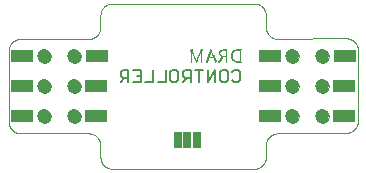
<source format=gbs>
G75*
%MOIN*%
%OFA0B0*%
%FSLAX25Y25*%
%IPPOS*%
%LPD*%
%AMOC8*
5,1,8,0,0,1.08239X$1,22.5*
%
%ADD10C,0.00000*%
%ADD11R,0.00300X0.00050*%
%ADD12R,0.00200X0.00050*%
%ADD13R,0.00250X0.00050*%
%ADD14R,0.00350X0.00050*%
%ADD15R,0.01400X0.00050*%
%ADD16R,0.01700X0.00050*%
%ADD17R,0.01900X0.00050*%
%ADD18R,0.02050X0.00050*%
%ADD19R,0.02150X0.00050*%
%ADD20R,0.00400X0.00050*%
%ADD21R,0.00900X0.00050*%
%ADD22R,0.00450X0.00050*%
%ADD23R,0.00700X0.00050*%
%ADD24R,0.00500X0.00050*%
%ADD25R,0.00600X0.00050*%
%ADD26R,0.00550X0.00050*%
%ADD27R,0.02350X0.00050*%
%ADD28R,0.02300X0.00050*%
%ADD29R,0.02250X0.00050*%
%ADD30R,0.02200X0.00050*%
%ADD31R,0.01650X0.00050*%
%ADD32R,0.01800X0.00050*%
%ADD33R,0.00750X0.00050*%
%ADD34R,0.00650X0.00050*%
%ADD35R,0.00850X0.00050*%
%ADD36R,0.02000X0.00050*%
%ADD37R,0.01750X0.00050*%
%ADD38R,0.01500X0.00050*%
%ADD39R,0.00150X0.00050*%
%ADD40C,0.00600*%
%ADD41R,0.02900X0.05400*%
%ADD42R,0.07487X0.03943*%
%ADD43C,0.04731*%
D10*
X0045791Y0032012D02*
X0045915Y0032010D01*
X0046038Y0032004D01*
X0046162Y0031995D01*
X0046284Y0031981D01*
X0046407Y0031964D01*
X0046529Y0031942D01*
X0046650Y0031917D01*
X0046770Y0031888D01*
X0046889Y0031856D01*
X0047008Y0031819D01*
X0047125Y0031779D01*
X0047240Y0031736D01*
X0047355Y0031688D01*
X0047467Y0031637D01*
X0047578Y0031583D01*
X0047688Y0031525D01*
X0047795Y0031464D01*
X0047901Y0031399D01*
X0048004Y0031331D01*
X0048105Y0031260D01*
X0048204Y0031186D01*
X0048301Y0031109D01*
X0048395Y0031028D01*
X0048486Y0030945D01*
X0048575Y0030859D01*
X0048661Y0030770D01*
X0048744Y0030679D01*
X0048825Y0030585D01*
X0048902Y0030488D01*
X0048976Y0030389D01*
X0049047Y0030288D01*
X0049115Y0030185D01*
X0049180Y0030079D01*
X0049241Y0029972D01*
X0049299Y0029862D01*
X0049353Y0029751D01*
X0049404Y0029639D01*
X0049452Y0029524D01*
X0049495Y0029409D01*
X0049535Y0029292D01*
X0049572Y0029173D01*
X0049604Y0029054D01*
X0049633Y0028934D01*
X0049658Y0028813D01*
X0049680Y0028691D01*
X0049697Y0028568D01*
X0049711Y0028446D01*
X0049720Y0028322D01*
X0049726Y0028199D01*
X0049728Y0028075D01*
X0049728Y0024138D01*
X0049730Y0024014D01*
X0049736Y0023891D01*
X0049745Y0023767D01*
X0049759Y0023645D01*
X0049776Y0023522D01*
X0049798Y0023400D01*
X0049823Y0023279D01*
X0049852Y0023159D01*
X0049884Y0023040D01*
X0049921Y0022921D01*
X0049961Y0022804D01*
X0050004Y0022689D01*
X0050052Y0022574D01*
X0050103Y0022462D01*
X0050157Y0022351D01*
X0050215Y0022241D01*
X0050276Y0022134D01*
X0050341Y0022028D01*
X0050409Y0021925D01*
X0050480Y0021824D01*
X0050554Y0021725D01*
X0050631Y0021628D01*
X0050712Y0021534D01*
X0050795Y0021443D01*
X0050881Y0021354D01*
X0050970Y0021268D01*
X0051061Y0021185D01*
X0051155Y0021104D01*
X0051252Y0021027D01*
X0051351Y0020953D01*
X0051452Y0020882D01*
X0051555Y0020814D01*
X0051661Y0020749D01*
X0051768Y0020688D01*
X0051878Y0020630D01*
X0051989Y0020576D01*
X0052101Y0020525D01*
X0052216Y0020477D01*
X0052331Y0020434D01*
X0052448Y0020394D01*
X0052567Y0020357D01*
X0052686Y0020325D01*
X0052806Y0020296D01*
X0052927Y0020271D01*
X0053049Y0020249D01*
X0053172Y0020232D01*
X0053294Y0020218D01*
X0053418Y0020209D01*
X0053541Y0020203D01*
X0053665Y0020201D01*
X0100909Y0020201D01*
X0101033Y0020203D01*
X0101156Y0020209D01*
X0101280Y0020218D01*
X0101402Y0020232D01*
X0101525Y0020249D01*
X0101647Y0020271D01*
X0101768Y0020296D01*
X0101888Y0020325D01*
X0102007Y0020357D01*
X0102126Y0020394D01*
X0102243Y0020434D01*
X0102358Y0020477D01*
X0102473Y0020525D01*
X0102585Y0020576D01*
X0102696Y0020630D01*
X0102806Y0020688D01*
X0102913Y0020749D01*
X0103019Y0020814D01*
X0103122Y0020882D01*
X0103223Y0020953D01*
X0103322Y0021027D01*
X0103419Y0021104D01*
X0103513Y0021185D01*
X0103604Y0021268D01*
X0103693Y0021354D01*
X0103779Y0021443D01*
X0103862Y0021534D01*
X0103943Y0021628D01*
X0104020Y0021725D01*
X0104094Y0021824D01*
X0104165Y0021925D01*
X0104233Y0022028D01*
X0104298Y0022134D01*
X0104359Y0022241D01*
X0104417Y0022351D01*
X0104471Y0022462D01*
X0104522Y0022574D01*
X0104570Y0022689D01*
X0104613Y0022804D01*
X0104653Y0022921D01*
X0104690Y0023040D01*
X0104722Y0023159D01*
X0104751Y0023279D01*
X0104776Y0023400D01*
X0104798Y0023522D01*
X0104815Y0023645D01*
X0104829Y0023767D01*
X0104838Y0023891D01*
X0104844Y0024014D01*
X0104846Y0024138D01*
X0104846Y0028075D01*
X0104848Y0028199D01*
X0104854Y0028322D01*
X0104863Y0028446D01*
X0104877Y0028568D01*
X0104894Y0028691D01*
X0104916Y0028813D01*
X0104941Y0028934D01*
X0104970Y0029054D01*
X0105002Y0029173D01*
X0105039Y0029292D01*
X0105079Y0029409D01*
X0105122Y0029524D01*
X0105170Y0029639D01*
X0105221Y0029751D01*
X0105275Y0029862D01*
X0105333Y0029972D01*
X0105394Y0030079D01*
X0105459Y0030185D01*
X0105527Y0030288D01*
X0105598Y0030389D01*
X0105672Y0030488D01*
X0105749Y0030585D01*
X0105830Y0030679D01*
X0105913Y0030770D01*
X0105999Y0030859D01*
X0106088Y0030945D01*
X0106179Y0031028D01*
X0106273Y0031109D01*
X0106370Y0031186D01*
X0106469Y0031260D01*
X0106570Y0031331D01*
X0106673Y0031399D01*
X0106779Y0031464D01*
X0106886Y0031525D01*
X0106996Y0031583D01*
X0107107Y0031637D01*
X0107219Y0031688D01*
X0107334Y0031736D01*
X0107449Y0031779D01*
X0107566Y0031819D01*
X0107685Y0031856D01*
X0107804Y0031888D01*
X0107924Y0031917D01*
X0108045Y0031942D01*
X0108167Y0031964D01*
X0108290Y0031981D01*
X0108412Y0031995D01*
X0108536Y0032004D01*
X0108659Y0032010D01*
X0108783Y0032012D01*
X0131618Y0032209D01*
X0131742Y0032211D01*
X0131865Y0032217D01*
X0131989Y0032226D01*
X0132111Y0032240D01*
X0132234Y0032257D01*
X0132356Y0032279D01*
X0132477Y0032304D01*
X0132597Y0032333D01*
X0132716Y0032365D01*
X0132835Y0032402D01*
X0132952Y0032442D01*
X0133067Y0032485D01*
X0133182Y0032533D01*
X0133294Y0032584D01*
X0133405Y0032638D01*
X0133515Y0032696D01*
X0133622Y0032757D01*
X0133728Y0032822D01*
X0133831Y0032890D01*
X0133932Y0032961D01*
X0134031Y0033035D01*
X0134128Y0033112D01*
X0134222Y0033193D01*
X0134313Y0033276D01*
X0134402Y0033362D01*
X0134488Y0033451D01*
X0134571Y0033542D01*
X0134652Y0033636D01*
X0134729Y0033733D01*
X0134803Y0033832D01*
X0134874Y0033933D01*
X0134942Y0034036D01*
X0135007Y0034142D01*
X0135068Y0034249D01*
X0135126Y0034359D01*
X0135180Y0034470D01*
X0135231Y0034582D01*
X0135279Y0034697D01*
X0135322Y0034812D01*
X0135362Y0034929D01*
X0135399Y0035048D01*
X0135431Y0035167D01*
X0135460Y0035287D01*
X0135485Y0035408D01*
X0135507Y0035530D01*
X0135524Y0035653D01*
X0135538Y0035775D01*
X0135547Y0035899D01*
X0135553Y0036022D01*
X0135555Y0036146D01*
X0135555Y0059768D01*
X0135553Y0059892D01*
X0135547Y0060015D01*
X0135538Y0060139D01*
X0135524Y0060261D01*
X0135507Y0060384D01*
X0135485Y0060506D01*
X0135460Y0060627D01*
X0135431Y0060747D01*
X0135399Y0060866D01*
X0135362Y0060985D01*
X0135322Y0061102D01*
X0135279Y0061217D01*
X0135231Y0061332D01*
X0135180Y0061444D01*
X0135126Y0061555D01*
X0135068Y0061665D01*
X0135007Y0061772D01*
X0134942Y0061878D01*
X0134874Y0061981D01*
X0134803Y0062082D01*
X0134729Y0062181D01*
X0134652Y0062278D01*
X0134571Y0062372D01*
X0134488Y0062463D01*
X0134402Y0062552D01*
X0134313Y0062638D01*
X0134222Y0062721D01*
X0134128Y0062802D01*
X0134031Y0062879D01*
X0133932Y0062953D01*
X0133831Y0063024D01*
X0133728Y0063092D01*
X0133622Y0063157D01*
X0133515Y0063218D01*
X0133405Y0063276D01*
X0133294Y0063330D01*
X0133182Y0063381D01*
X0133067Y0063429D01*
X0132952Y0063472D01*
X0132835Y0063512D01*
X0132716Y0063549D01*
X0132597Y0063581D01*
X0132477Y0063610D01*
X0132356Y0063635D01*
X0132234Y0063657D01*
X0132111Y0063674D01*
X0131989Y0063688D01*
X0131865Y0063697D01*
X0131742Y0063703D01*
X0131618Y0063705D01*
X0108783Y0063508D01*
X0108659Y0063510D01*
X0108536Y0063516D01*
X0108412Y0063525D01*
X0108290Y0063539D01*
X0108167Y0063556D01*
X0108045Y0063578D01*
X0107924Y0063603D01*
X0107804Y0063632D01*
X0107685Y0063664D01*
X0107566Y0063701D01*
X0107449Y0063741D01*
X0107334Y0063784D01*
X0107219Y0063832D01*
X0107107Y0063883D01*
X0106996Y0063937D01*
X0106886Y0063995D01*
X0106779Y0064056D01*
X0106673Y0064121D01*
X0106570Y0064189D01*
X0106469Y0064260D01*
X0106370Y0064334D01*
X0106273Y0064411D01*
X0106179Y0064492D01*
X0106088Y0064575D01*
X0105999Y0064661D01*
X0105913Y0064750D01*
X0105830Y0064841D01*
X0105749Y0064935D01*
X0105672Y0065032D01*
X0105598Y0065131D01*
X0105527Y0065232D01*
X0105459Y0065335D01*
X0105394Y0065441D01*
X0105333Y0065548D01*
X0105275Y0065658D01*
X0105221Y0065769D01*
X0105170Y0065881D01*
X0105122Y0065996D01*
X0105079Y0066111D01*
X0105039Y0066228D01*
X0105002Y0066347D01*
X0104970Y0066466D01*
X0104941Y0066586D01*
X0104916Y0066707D01*
X0104894Y0066829D01*
X0104877Y0066952D01*
X0104863Y0067074D01*
X0104854Y0067198D01*
X0104848Y0067321D01*
X0104846Y0067445D01*
X0104846Y0071382D01*
X0104844Y0071506D01*
X0104838Y0071629D01*
X0104829Y0071753D01*
X0104815Y0071875D01*
X0104798Y0071998D01*
X0104776Y0072120D01*
X0104751Y0072241D01*
X0104722Y0072361D01*
X0104690Y0072480D01*
X0104653Y0072599D01*
X0104613Y0072716D01*
X0104570Y0072831D01*
X0104522Y0072946D01*
X0104471Y0073058D01*
X0104417Y0073169D01*
X0104359Y0073279D01*
X0104298Y0073386D01*
X0104233Y0073492D01*
X0104165Y0073595D01*
X0104094Y0073696D01*
X0104020Y0073795D01*
X0103943Y0073892D01*
X0103862Y0073986D01*
X0103779Y0074077D01*
X0103693Y0074166D01*
X0103604Y0074252D01*
X0103513Y0074335D01*
X0103419Y0074416D01*
X0103322Y0074493D01*
X0103223Y0074567D01*
X0103122Y0074638D01*
X0103019Y0074706D01*
X0102913Y0074771D01*
X0102806Y0074832D01*
X0102696Y0074890D01*
X0102585Y0074944D01*
X0102473Y0074995D01*
X0102358Y0075043D01*
X0102243Y0075086D01*
X0102126Y0075126D01*
X0102007Y0075163D01*
X0101888Y0075195D01*
X0101768Y0075224D01*
X0101647Y0075249D01*
X0101525Y0075271D01*
X0101402Y0075288D01*
X0101280Y0075302D01*
X0101156Y0075311D01*
X0101033Y0075317D01*
X0100909Y0075319D01*
X0053665Y0075319D01*
X0053541Y0075317D01*
X0053418Y0075311D01*
X0053294Y0075302D01*
X0053172Y0075288D01*
X0053049Y0075271D01*
X0052927Y0075249D01*
X0052806Y0075224D01*
X0052686Y0075195D01*
X0052567Y0075163D01*
X0052448Y0075126D01*
X0052331Y0075086D01*
X0052216Y0075043D01*
X0052101Y0074995D01*
X0051989Y0074944D01*
X0051878Y0074890D01*
X0051768Y0074832D01*
X0051661Y0074771D01*
X0051555Y0074706D01*
X0051452Y0074638D01*
X0051351Y0074567D01*
X0051252Y0074493D01*
X0051155Y0074416D01*
X0051061Y0074335D01*
X0050970Y0074252D01*
X0050881Y0074166D01*
X0050795Y0074077D01*
X0050712Y0073986D01*
X0050631Y0073892D01*
X0050554Y0073795D01*
X0050480Y0073696D01*
X0050409Y0073595D01*
X0050341Y0073492D01*
X0050276Y0073386D01*
X0050215Y0073279D01*
X0050157Y0073169D01*
X0050103Y0073058D01*
X0050052Y0072946D01*
X0050004Y0072831D01*
X0049961Y0072716D01*
X0049921Y0072599D01*
X0049884Y0072480D01*
X0049852Y0072361D01*
X0049823Y0072241D01*
X0049798Y0072120D01*
X0049776Y0071998D01*
X0049759Y0071875D01*
X0049745Y0071753D01*
X0049736Y0071629D01*
X0049730Y0071506D01*
X0049728Y0071382D01*
X0049728Y0067445D01*
X0049726Y0067321D01*
X0049720Y0067198D01*
X0049711Y0067074D01*
X0049697Y0066952D01*
X0049680Y0066829D01*
X0049658Y0066707D01*
X0049633Y0066586D01*
X0049604Y0066466D01*
X0049572Y0066347D01*
X0049535Y0066228D01*
X0049495Y0066111D01*
X0049452Y0065996D01*
X0049404Y0065881D01*
X0049353Y0065769D01*
X0049299Y0065658D01*
X0049241Y0065548D01*
X0049180Y0065441D01*
X0049115Y0065335D01*
X0049047Y0065232D01*
X0048976Y0065131D01*
X0048902Y0065032D01*
X0048825Y0064935D01*
X0048744Y0064841D01*
X0048661Y0064750D01*
X0048575Y0064661D01*
X0048486Y0064575D01*
X0048395Y0064492D01*
X0048301Y0064411D01*
X0048204Y0064334D01*
X0048105Y0064260D01*
X0048004Y0064189D01*
X0047901Y0064121D01*
X0047795Y0064056D01*
X0047688Y0063995D01*
X0047578Y0063937D01*
X0047467Y0063883D01*
X0047355Y0063832D01*
X0047240Y0063784D01*
X0047125Y0063741D01*
X0047008Y0063701D01*
X0046889Y0063664D01*
X0046770Y0063632D01*
X0046650Y0063603D01*
X0046529Y0063578D01*
X0046407Y0063556D01*
X0046284Y0063539D01*
X0046162Y0063525D01*
X0046038Y0063516D01*
X0045915Y0063510D01*
X0045791Y0063508D01*
X0023094Y0063508D01*
X0022970Y0063506D01*
X0022847Y0063500D01*
X0022723Y0063491D01*
X0022601Y0063477D01*
X0022478Y0063460D01*
X0022356Y0063438D01*
X0022235Y0063413D01*
X0022115Y0063384D01*
X0021996Y0063352D01*
X0021877Y0063315D01*
X0021760Y0063275D01*
X0021645Y0063232D01*
X0021530Y0063184D01*
X0021418Y0063133D01*
X0021307Y0063079D01*
X0021197Y0063021D01*
X0021090Y0062960D01*
X0020984Y0062895D01*
X0020881Y0062827D01*
X0020780Y0062756D01*
X0020681Y0062682D01*
X0020584Y0062605D01*
X0020490Y0062524D01*
X0020399Y0062441D01*
X0020310Y0062355D01*
X0020224Y0062266D01*
X0020141Y0062175D01*
X0020060Y0062081D01*
X0019983Y0061984D01*
X0019909Y0061885D01*
X0019838Y0061784D01*
X0019770Y0061681D01*
X0019705Y0061575D01*
X0019644Y0061468D01*
X0019586Y0061358D01*
X0019532Y0061247D01*
X0019481Y0061135D01*
X0019433Y0061020D01*
X0019390Y0060905D01*
X0019350Y0060788D01*
X0019313Y0060669D01*
X0019281Y0060550D01*
X0019252Y0060430D01*
X0019227Y0060309D01*
X0019205Y0060187D01*
X0019188Y0060064D01*
X0019174Y0059942D01*
X0019165Y0059818D01*
X0019159Y0059695D01*
X0019157Y0059571D01*
X0019157Y0035949D01*
X0019159Y0035825D01*
X0019165Y0035702D01*
X0019174Y0035578D01*
X0019188Y0035456D01*
X0019205Y0035333D01*
X0019227Y0035211D01*
X0019252Y0035090D01*
X0019281Y0034970D01*
X0019313Y0034851D01*
X0019350Y0034732D01*
X0019390Y0034615D01*
X0019433Y0034500D01*
X0019481Y0034385D01*
X0019532Y0034273D01*
X0019586Y0034162D01*
X0019644Y0034052D01*
X0019705Y0033945D01*
X0019770Y0033839D01*
X0019838Y0033736D01*
X0019909Y0033635D01*
X0019983Y0033536D01*
X0020060Y0033439D01*
X0020141Y0033345D01*
X0020224Y0033254D01*
X0020310Y0033165D01*
X0020399Y0033079D01*
X0020490Y0032996D01*
X0020584Y0032915D01*
X0020681Y0032838D01*
X0020780Y0032764D01*
X0020881Y0032693D01*
X0020984Y0032625D01*
X0021090Y0032560D01*
X0021197Y0032499D01*
X0021307Y0032441D01*
X0021418Y0032387D01*
X0021530Y0032336D01*
X0021645Y0032288D01*
X0021760Y0032245D01*
X0021877Y0032205D01*
X0021996Y0032168D01*
X0022115Y0032136D01*
X0022235Y0032107D01*
X0022356Y0032082D01*
X0022478Y0032060D01*
X0022601Y0032043D01*
X0022723Y0032029D01*
X0022847Y0032020D01*
X0022970Y0032014D01*
X0023094Y0032012D01*
X0045791Y0032012D01*
X0038784Y0037760D02*
X0038786Y0037853D01*
X0038792Y0037945D01*
X0038802Y0038037D01*
X0038816Y0038128D01*
X0038833Y0038219D01*
X0038855Y0038309D01*
X0038880Y0038398D01*
X0038909Y0038486D01*
X0038942Y0038572D01*
X0038979Y0038657D01*
X0039019Y0038741D01*
X0039063Y0038822D01*
X0039110Y0038902D01*
X0039160Y0038980D01*
X0039214Y0039055D01*
X0039271Y0039128D01*
X0039331Y0039198D01*
X0039394Y0039266D01*
X0039460Y0039331D01*
X0039528Y0039393D01*
X0039599Y0039453D01*
X0039673Y0039509D01*
X0039749Y0039562D01*
X0039827Y0039611D01*
X0039907Y0039658D01*
X0039989Y0039700D01*
X0040073Y0039740D01*
X0040158Y0039775D01*
X0040245Y0039807D01*
X0040333Y0039836D01*
X0040422Y0039860D01*
X0040512Y0039881D01*
X0040603Y0039897D01*
X0040695Y0039910D01*
X0040787Y0039919D01*
X0040880Y0039924D01*
X0040972Y0039925D01*
X0041065Y0039922D01*
X0041157Y0039915D01*
X0041249Y0039904D01*
X0041340Y0039889D01*
X0041431Y0039871D01*
X0041521Y0039848D01*
X0041609Y0039822D01*
X0041697Y0039792D01*
X0041783Y0039758D01*
X0041867Y0039721D01*
X0041950Y0039679D01*
X0042031Y0039635D01*
X0042111Y0039587D01*
X0042188Y0039536D01*
X0042262Y0039481D01*
X0042335Y0039423D01*
X0042405Y0039363D01*
X0042472Y0039299D01*
X0042536Y0039233D01*
X0042598Y0039163D01*
X0042656Y0039092D01*
X0042711Y0039018D01*
X0042763Y0038941D01*
X0042812Y0038862D01*
X0042858Y0038782D01*
X0042900Y0038699D01*
X0042938Y0038615D01*
X0042973Y0038529D01*
X0043004Y0038442D01*
X0043031Y0038354D01*
X0043054Y0038264D01*
X0043074Y0038174D01*
X0043090Y0038083D01*
X0043102Y0037991D01*
X0043110Y0037899D01*
X0043114Y0037806D01*
X0043114Y0037714D01*
X0043110Y0037621D01*
X0043102Y0037529D01*
X0043090Y0037437D01*
X0043074Y0037346D01*
X0043054Y0037256D01*
X0043031Y0037166D01*
X0043004Y0037078D01*
X0042973Y0036991D01*
X0042938Y0036905D01*
X0042900Y0036821D01*
X0042858Y0036738D01*
X0042812Y0036658D01*
X0042763Y0036579D01*
X0042711Y0036502D01*
X0042656Y0036428D01*
X0042598Y0036357D01*
X0042536Y0036287D01*
X0042472Y0036221D01*
X0042405Y0036157D01*
X0042335Y0036097D01*
X0042262Y0036039D01*
X0042188Y0035984D01*
X0042111Y0035933D01*
X0042032Y0035885D01*
X0041950Y0035841D01*
X0041867Y0035799D01*
X0041783Y0035762D01*
X0041697Y0035728D01*
X0041609Y0035698D01*
X0041521Y0035672D01*
X0041431Y0035649D01*
X0041340Y0035631D01*
X0041249Y0035616D01*
X0041157Y0035605D01*
X0041065Y0035598D01*
X0040972Y0035595D01*
X0040880Y0035596D01*
X0040787Y0035601D01*
X0040695Y0035610D01*
X0040603Y0035623D01*
X0040512Y0035639D01*
X0040422Y0035660D01*
X0040333Y0035684D01*
X0040245Y0035713D01*
X0040158Y0035745D01*
X0040073Y0035780D01*
X0039989Y0035820D01*
X0039907Y0035862D01*
X0039827Y0035909D01*
X0039749Y0035958D01*
X0039673Y0036011D01*
X0039599Y0036067D01*
X0039528Y0036127D01*
X0039460Y0036189D01*
X0039394Y0036254D01*
X0039331Y0036322D01*
X0039271Y0036392D01*
X0039214Y0036465D01*
X0039160Y0036540D01*
X0039110Y0036618D01*
X0039063Y0036698D01*
X0039019Y0036779D01*
X0038979Y0036863D01*
X0038942Y0036948D01*
X0038909Y0037034D01*
X0038880Y0037122D01*
X0038855Y0037211D01*
X0038833Y0037301D01*
X0038816Y0037392D01*
X0038802Y0037483D01*
X0038792Y0037575D01*
X0038786Y0037667D01*
X0038784Y0037760D01*
X0028784Y0037760D02*
X0028786Y0037853D01*
X0028792Y0037945D01*
X0028802Y0038037D01*
X0028816Y0038128D01*
X0028833Y0038219D01*
X0028855Y0038309D01*
X0028880Y0038398D01*
X0028909Y0038486D01*
X0028942Y0038572D01*
X0028979Y0038657D01*
X0029019Y0038741D01*
X0029063Y0038822D01*
X0029110Y0038902D01*
X0029160Y0038980D01*
X0029214Y0039055D01*
X0029271Y0039128D01*
X0029331Y0039198D01*
X0029394Y0039266D01*
X0029460Y0039331D01*
X0029528Y0039393D01*
X0029599Y0039453D01*
X0029673Y0039509D01*
X0029749Y0039562D01*
X0029827Y0039611D01*
X0029907Y0039658D01*
X0029989Y0039700D01*
X0030073Y0039740D01*
X0030158Y0039775D01*
X0030245Y0039807D01*
X0030333Y0039836D01*
X0030422Y0039860D01*
X0030512Y0039881D01*
X0030603Y0039897D01*
X0030695Y0039910D01*
X0030787Y0039919D01*
X0030880Y0039924D01*
X0030972Y0039925D01*
X0031065Y0039922D01*
X0031157Y0039915D01*
X0031249Y0039904D01*
X0031340Y0039889D01*
X0031431Y0039871D01*
X0031521Y0039848D01*
X0031609Y0039822D01*
X0031697Y0039792D01*
X0031783Y0039758D01*
X0031867Y0039721D01*
X0031950Y0039679D01*
X0032031Y0039635D01*
X0032111Y0039587D01*
X0032188Y0039536D01*
X0032262Y0039481D01*
X0032335Y0039423D01*
X0032405Y0039363D01*
X0032472Y0039299D01*
X0032536Y0039233D01*
X0032598Y0039163D01*
X0032656Y0039092D01*
X0032711Y0039018D01*
X0032763Y0038941D01*
X0032812Y0038862D01*
X0032858Y0038782D01*
X0032900Y0038699D01*
X0032938Y0038615D01*
X0032973Y0038529D01*
X0033004Y0038442D01*
X0033031Y0038354D01*
X0033054Y0038264D01*
X0033074Y0038174D01*
X0033090Y0038083D01*
X0033102Y0037991D01*
X0033110Y0037899D01*
X0033114Y0037806D01*
X0033114Y0037714D01*
X0033110Y0037621D01*
X0033102Y0037529D01*
X0033090Y0037437D01*
X0033074Y0037346D01*
X0033054Y0037256D01*
X0033031Y0037166D01*
X0033004Y0037078D01*
X0032973Y0036991D01*
X0032938Y0036905D01*
X0032900Y0036821D01*
X0032858Y0036738D01*
X0032812Y0036658D01*
X0032763Y0036579D01*
X0032711Y0036502D01*
X0032656Y0036428D01*
X0032598Y0036357D01*
X0032536Y0036287D01*
X0032472Y0036221D01*
X0032405Y0036157D01*
X0032335Y0036097D01*
X0032262Y0036039D01*
X0032188Y0035984D01*
X0032111Y0035933D01*
X0032032Y0035885D01*
X0031950Y0035841D01*
X0031867Y0035799D01*
X0031783Y0035762D01*
X0031697Y0035728D01*
X0031609Y0035698D01*
X0031521Y0035672D01*
X0031431Y0035649D01*
X0031340Y0035631D01*
X0031249Y0035616D01*
X0031157Y0035605D01*
X0031065Y0035598D01*
X0030972Y0035595D01*
X0030880Y0035596D01*
X0030787Y0035601D01*
X0030695Y0035610D01*
X0030603Y0035623D01*
X0030512Y0035639D01*
X0030422Y0035660D01*
X0030333Y0035684D01*
X0030245Y0035713D01*
X0030158Y0035745D01*
X0030073Y0035780D01*
X0029989Y0035820D01*
X0029907Y0035862D01*
X0029827Y0035909D01*
X0029749Y0035958D01*
X0029673Y0036011D01*
X0029599Y0036067D01*
X0029528Y0036127D01*
X0029460Y0036189D01*
X0029394Y0036254D01*
X0029331Y0036322D01*
X0029271Y0036392D01*
X0029214Y0036465D01*
X0029160Y0036540D01*
X0029110Y0036618D01*
X0029063Y0036698D01*
X0029019Y0036779D01*
X0028979Y0036863D01*
X0028942Y0036948D01*
X0028909Y0037034D01*
X0028880Y0037122D01*
X0028855Y0037211D01*
X0028833Y0037301D01*
X0028816Y0037392D01*
X0028802Y0037483D01*
X0028792Y0037575D01*
X0028786Y0037667D01*
X0028784Y0037760D01*
X0028784Y0047760D02*
X0028786Y0047853D01*
X0028792Y0047945D01*
X0028802Y0048037D01*
X0028816Y0048128D01*
X0028833Y0048219D01*
X0028855Y0048309D01*
X0028880Y0048398D01*
X0028909Y0048486D01*
X0028942Y0048572D01*
X0028979Y0048657D01*
X0029019Y0048741D01*
X0029063Y0048822D01*
X0029110Y0048902D01*
X0029160Y0048980D01*
X0029214Y0049055D01*
X0029271Y0049128D01*
X0029331Y0049198D01*
X0029394Y0049266D01*
X0029460Y0049331D01*
X0029528Y0049393D01*
X0029599Y0049453D01*
X0029673Y0049509D01*
X0029749Y0049562D01*
X0029827Y0049611D01*
X0029907Y0049658D01*
X0029989Y0049700D01*
X0030073Y0049740D01*
X0030158Y0049775D01*
X0030245Y0049807D01*
X0030333Y0049836D01*
X0030422Y0049860D01*
X0030512Y0049881D01*
X0030603Y0049897D01*
X0030695Y0049910D01*
X0030787Y0049919D01*
X0030880Y0049924D01*
X0030972Y0049925D01*
X0031065Y0049922D01*
X0031157Y0049915D01*
X0031249Y0049904D01*
X0031340Y0049889D01*
X0031431Y0049871D01*
X0031521Y0049848D01*
X0031609Y0049822D01*
X0031697Y0049792D01*
X0031783Y0049758D01*
X0031867Y0049721D01*
X0031950Y0049679D01*
X0032031Y0049635D01*
X0032111Y0049587D01*
X0032188Y0049536D01*
X0032262Y0049481D01*
X0032335Y0049423D01*
X0032405Y0049363D01*
X0032472Y0049299D01*
X0032536Y0049233D01*
X0032598Y0049163D01*
X0032656Y0049092D01*
X0032711Y0049018D01*
X0032763Y0048941D01*
X0032812Y0048862D01*
X0032858Y0048782D01*
X0032900Y0048699D01*
X0032938Y0048615D01*
X0032973Y0048529D01*
X0033004Y0048442D01*
X0033031Y0048354D01*
X0033054Y0048264D01*
X0033074Y0048174D01*
X0033090Y0048083D01*
X0033102Y0047991D01*
X0033110Y0047899D01*
X0033114Y0047806D01*
X0033114Y0047714D01*
X0033110Y0047621D01*
X0033102Y0047529D01*
X0033090Y0047437D01*
X0033074Y0047346D01*
X0033054Y0047256D01*
X0033031Y0047166D01*
X0033004Y0047078D01*
X0032973Y0046991D01*
X0032938Y0046905D01*
X0032900Y0046821D01*
X0032858Y0046738D01*
X0032812Y0046658D01*
X0032763Y0046579D01*
X0032711Y0046502D01*
X0032656Y0046428D01*
X0032598Y0046357D01*
X0032536Y0046287D01*
X0032472Y0046221D01*
X0032405Y0046157D01*
X0032335Y0046097D01*
X0032262Y0046039D01*
X0032188Y0045984D01*
X0032111Y0045933D01*
X0032032Y0045885D01*
X0031950Y0045841D01*
X0031867Y0045799D01*
X0031783Y0045762D01*
X0031697Y0045728D01*
X0031609Y0045698D01*
X0031521Y0045672D01*
X0031431Y0045649D01*
X0031340Y0045631D01*
X0031249Y0045616D01*
X0031157Y0045605D01*
X0031065Y0045598D01*
X0030972Y0045595D01*
X0030880Y0045596D01*
X0030787Y0045601D01*
X0030695Y0045610D01*
X0030603Y0045623D01*
X0030512Y0045639D01*
X0030422Y0045660D01*
X0030333Y0045684D01*
X0030245Y0045713D01*
X0030158Y0045745D01*
X0030073Y0045780D01*
X0029989Y0045820D01*
X0029907Y0045862D01*
X0029827Y0045909D01*
X0029749Y0045958D01*
X0029673Y0046011D01*
X0029599Y0046067D01*
X0029528Y0046127D01*
X0029460Y0046189D01*
X0029394Y0046254D01*
X0029331Y0046322D01*
X0029271Y0046392D01*
X0029214Y0046465D01*
X0029160Y0046540D01*
X0029110Y0046618D01*
X0029063Y0046698D01*
X0029019Y0046779D01*
X0028979Y0046863D01*
X0028942Y0046948D01*
X0028909Y0047034D01*
X0028880Y0047122D01*
X0028855Y0047211D01*
X0028833Y0047301D01*
X0028816Y0047392D01*
X0028802Y0047483D01*
X0028792Y0047575D01*
X0028786Y0047667D01*
X0028784Y0047760D01*
X0038784Y0047760D02*
X0038786Y0047853D01*
X0038792Y0047945D01*
X0038802Y0048037D01*
X0038816Y0048128D01*
X0038833Y0048219D01*
X0038855Y0048309D01*
X0038880Y0048398D01*
X0038909Y0048486D01*
X0038942Y0048572D01*
X0038979Y0048657D01*
X0039019Y0048741D01*
X0039063Y0048822D01*
X0039110Y0048902D01*
X0039160Y0048980D01*
X0039214Y0049055D01*
X0039271Y0049128D01*
X0039331Y0049198D01*
X0039394Y0049266D01*
X0039460Y0049331D01*
X0039528Y0049393D01*
X0039599Y0049453D01*
X0039673Y0049509D01*
X0039749Y0049562D01*
X0039827Y0049611D01*
X0039907Y0049658D01*
X0039989Y0049700D01*
X0040073Y0049740D01*
X0040158Y0049775D01*
X0040245Y0049807D01*
X0040333Y0049836D01*
X0040422Y0049860D01*
X0040512Y0049881D01*
X0040603Y0049897D01*
X0040695Y0049910D01*
X0040787Y0049919D01*
X0040880Y0049924D01*
X0040972Y0049925D01*
X0041065Y0049922D01*
X0041157Y0049915D01*
X0041249Y0049904D01*
X0041340Y0049889D01*
X0041431Y0049871D01*
X0041521Y0049848D01*
X0041609Y0049822D01*
X0041697Y0049792D01*
X0041783Y0049758D01*
X0041867Y0049721D01*
X0041950Y0049679D01*
X0042031Y0049635D01*
X0042111Y0049587D01*
X0042188Y0049536D01*
X0042262Y0049481D01*
X0042335Y0049423D01*
X0042405Y0049363D01*
X0042472Y0049299D01*
X0042536Y0049233D01*
X0042598Y0049163D01*
X0042656Y0049092D01*
X0042711Y0049018D01*
X0042763Y0048941D01*
X0042812Y0048862D01*
X0042858Y0048782D01*
X0042900Y0048699D01*
X0042938Y0048615D01*
X0042973Y0048529D01*
X0043004Y0048442D01*
X0043031Y0048354D01*
X0043054Y0048264D01*
X0043074Y0048174D01*
X0043090Y0048083D01*
X0043102Y0047991D01*
X0043110Y0047899D01*
X0043114Y0047806D01*
X0043114Y0047714D01*
X0043110Y0047621D01*
X0043102Y0047529D01*
X0043090Y0047437D01*
X0043074Y0047346D01*
X0043054Y0047256D01*
X0043031Y0047166D01*
X0043004Y0047078D01*
X0042973Y0046991D01*
X0042938Y0046905D01*
X0042900Y0046821D01*
X0042858Y0046738D01*
X0042812Y0046658D01*
X0042763Y0046579D01*
X0042711Y0046502D01*
X0042656Y0046428D01*
X0042598Y0046357D01*
X0042536Y0046287D01*
X0042472Y0046221D01*
X0042405Y0046157D01*
X0042335Y0046097D01*
X0042262Y0046039D01*
X0042188Y0045984D01*
X0042111Y0045933D01*
X0042032Y0045885D01*
X0041950Y0045841D01*
X0041867Y0045799D01*
X0041783Y0045762D01*
X0041697Y0045728D01*
X0041609Y0045698D01*
X0041521Y0045672D01*
X0041431Y0045649D01*
X0041340Y0045631D01*
X0041249Y0045616D01*
X0041157Y0045605D01*
X0041065Y0045598D01*
X0040972Y0045595D01*
X0040880Y0045596D01*
X0040787Y0045601D01*
X0040695Y0045610D01*
X0040603Y0045623D01*
X0040512Y0045639D01*
X0040422Y0045660D01*
X0040333Y0045684D01*
X0040245Y0045713D01*
X0040158Y0045745D01*
X0040073Y0045780D01*
X0039989Y0045820D01*
X0039907Y0045862D01*
X0039827Y0045909D01*
X0039749Y0045958D01*
X0039673Y0046011D01*
X0039599Y0046067D01*
X0039528Y0046127D01*
X0039460Y0046189D01*
X0039394Y0046254D01*
X0039331Y0046322D01*
X0039271Y0046392D01*
X0039214Y0046465D01*
X0039160Y0046540D01*
X0039110Y0046618D01*
X0039063Y0046698D01*
X0039019Y0046779D01*
X0038979Y0046863D01*
X0038942Y0046948D01*
X0038909Y0047034D01*
X0038880Y0047122D01*
X0038855Y0047211D01*
X0038833Y0047301D01*
X0038816Y0047392D01*
X0038802Y0047483D01*
X0038792Y0047575D01*
X0038786Y0047667D01*
X0038784Y0047760D01*
X0038784Y0057760D02*
X0038786Y0057853D01*
X0038792Y0057945D01*
X0038802Y0058037D01*
X0038816Y0058128D01*
X0038833Y0058219D01*
X0038855Y0058309D01*
X0038880Y0058398D01*
X0038909Y0058486D01*
X0038942Y0058572D01*
X0038979Y0058657D01*
X0039019Y0058741D01*
X0039063Y0058822D01*
X0039110Y0058902D01*
X0039160Y0058980D01*
X0039214Y0059055D01*
X0039271Y0059128D01*
X0039331Y0059198D01*
X0039394Y0059266D01*
X0039460Y0059331D01*
X0039528Y0059393D01*
X0039599Y0059453D01*
X0039673Y0059509D01*
X0039749Y0059562D01*
X0039827Y0059611D01*
X0039907Y0059658D01*
X0039989Y0059700D01*
X0040073Y0059740D01*
X0040158Y0059775D01*
X0040245Y0059807D01*
X0040333Y0059836D01*
X0040422Y0059860D01*
X0040512Y0059881D01*
X0040603Y0059897D01*
X0040695Y0059910D01*
X0040787Y0059919D01*
X0040880Y0059924D01*
X0040972Y0059925D01*
X0041065Y0059922D01*
X0041157Y0059915D01*
X0041249Y0059904D01*
X0041340Y0059889D01*
X0041431Y0059871D01*
X0041521Y0059848D01*
X0041609Y0059822D01*
X0041697Y0059792D01*
X0041783Y0059758D01*
X0041867Y0059721D01*
X0041950Y0059679D01*
X0042031Y0059635D01*
X0042111Y0059587D01*
X0042188Y0059536D01*
X0042262Y0059481D01*
X0042335Y0059423D01*
X0042405Y0059363D01*
X0042472Y0059299D01*
X0042536Y0059233D01*
X0042598Y0059163D01*
X0042656Y0059092D01*
X0042711Y0059018D01*
X0042763Y0058941D01*
X0042812Y0058862D01*
X0042858Y0058782D01*
X0042900Y0058699D01*
X0042938Y0058615D01*
X0042973Y0058529D01*
X0043004Y0058442D01*
X0043031Y0058354D01*
X0043054Y0058264D01*
X0043074Y0058174D01*
X0043090Y0058083D01*
X0043102Y0057991D01*
X0043110Y0057899D01*
X0043114Y0057806D01*
X0043114Y0057714D01*
X0043110Y0057621D01*
X0043102Y0057529D01*
X0043090Y0057437D01*
X0043074Y0057346D01*
X0043054Y0057256D01*
X0043031Y0057166D01*
X0043004Y0057078D01*
X0042973Y0056991D01*
X0042938Y0056905D01*
X0042900Y0056821D01*
X0042858Y0056738D01*
X0042812Y0056658D01*
X0042763Y0056579D01*
X0042711Y0056502D01*
X0042656Y0056428D01*
X0042598Y0056357D01*
X0042536Y0056287D01*
X0042472Y0056221D01*
X0042405Y0056157D01*
X0042335Y0056097D01*
X0042262Y0056039D01*
X0042188Y0055984D01*
X0042111Y0055933D01*
X0042032Y0055885D01*
X0041950Y0055841D01*
X0041867Y0055799D01*
X0041783Y0055762D01*
X0041697Y0055728D01*
X0041609Y0055698D01*
X0041521Y0055672D01*
X0041431Y0055649D01*
X0041340Y0055631D01*
X0041249Y0055616D01*
X0041157Y0055605D01*
X0041065Y0055598D01*
X0040972Y0055595D01*
X0040880Y0055596D01*
X0040787Y0055601D01*
X0040695Y0055610D01*
X0040603Y0055623D01*
X0040512Y0055639D01*
X0040422Y0055660D01*
X0040333Y0055684D01*
X0040245Y0055713D01*
X0040158Y0055745D01*
X0040073Y0055780D01*
X0039989Y0055820D01*
X0039907Y0055862D01*
X0039827Y0055909D01*
X0039749Y0055958D01*
X0039673Y0056011D01*
X0039599Y0056067D01*
X0039528Y0056127D01*
X0039460Y0056189D01*
X0039394Y0056254D01*
X0039331Y0056322D01*
X0039271Y0056392D01*
X0039214Y0056465D01*
X0039160Y0056540D01*
X0039110Y0056618D01*
X0039063Y0056698D01*
X0039019Y0056779D01*
X0038979Y0056863D01*
X0038942Y0056948D01*
X0038909Y0057034D01*
X0038880Y0057122D01*
X0038855Y0057211D01*
X0038833Y0057301D01*
X0038816Y0057392D01*
X0038802Y0057483D01*
X0038792Y0057575D01*
X0038786Y0057667D01*
X0038784Y0057760D01*
X0028784Y0057760D02*
X0028786Y0057853D01*
X0028792Y0057945D01*
X0028802Y0058037D01*
X0028816Y0058128D01*
X0028833Y0058219D01*
X0028855Y0058309D01*
X0028880Y0058398D01*
X0028909Y0058486D01*
X0028942Y0058572D01*
X0028979Y0058657D01*
X0029019Y0058741D01*
X0029063Y0058822D01*
X0029110Y0058902D01*
X0029160Y0058980D01*
X0029214Y0059055D01*
X0029271Y0059128D01*
X0029331Y0059198D01*
X0029394Y0059266D01*
X0029460Y0059331D01*
X0029528Y0059393D01*
X0029599Y0059453D01*
X0029673Y0059509D01*
X0029749Y0059562D01*
X0029827Y0059611D01*
X0029907Y0059658D01*
X0029989Y0059700D01*
X0030073Y0059740D01*
X0030158Y0059775D01*
X0030245Y0059807D01*
X0030333Y0059836D01*
X0030422Y0059860D01*
X0030512Y0059881D01*
X0030603Y0059897D01*
X0030695Y0059910D01*
X0030787Y0059919D01*
X0030880Y0059924D01*
X0030972Y0059925D01*
X0031065Y0059922D01*
X0031157Y0059915D01*
X0031249Y0059904D01*
X0031340Y0059889D01*
X0031431Y0059871D01*
X0031521Y0059848D01*
X0031609Y0059822D01*
X0031697Y0059792D01*
X0031783Y0059758D01*
X0031867Y0059721D01*
X0031950Y0059679D01*
X0032031Y0059635D01*
X0032111Y0059587D01*
X0032188Y0059536D01*
X0032262Y0059481D01*
X0032335Y0059423D01*
X0032405Y0059363D01*
X0032472Y0059299D01*
X0032536Y0059233D01*
X0032598Y0059163D01*
X0032656Y0059092D01*
X0032711Y0059018D01*
X0032763Y0058941D01*
X0032812Y0058862D01*
X0032858Y0058782D01*
X0032900Y0058699D01*
X0032938Y0058615D01*
X0032973Y0058529D01*
X0033004Y0058442D01*
X0033031Y0058354D01*
X0033054Y0058264D01*
X0033074Y0058174D01*
X0033090Y0058083D01*
X0033102Y0057991D01*
X0033110Y0057899D01*
X0033114Y0057806D01*
X0033114Y0057714D01*
X0033110Y0057621D01*
X0033102Y0057529D01*
X0033090Y0057437D01*
X0033074Y0057346D01*
X0033054Y0057256D01*
X0033031Y0057166D01*
X0033004Y0057078D01*
X0032973Y0056991D01*
X0032938Y0056905D01*
X0032900Y0056821D01*
X0032858Y0056738D01*
X0032812Y0056658D01*
X0032763Y0056579D01*
X0032711Y0056502D01*
X0032656Y0056428D01*
X0032598Y0056357D01*
X0032536Y0056287D01*
X0032472Y0056221D01*
X0032405Y0056157D01*
X0032335Y0056097D01*
X0032262Y0056039D01*
X0032188Y0055984D01*
X0032111Y0055933D01*
X0032032Y0055885D01*
X0031950Y0055841D01*
X0031867Y0055799D01*
X0031783Y0055762D01*
X0031697Y0055728D01*
X0031609Y0055698D01*
X0031521Y0055672D01*
X0031431Y0055649D01*
X0031340Y0055631D01*
X0031249Y0055616D01*
X0031157Y0055605D01*
X0031065Y0055598D01*
X0030972Y0055595D01*
X0030880Y0055596D01*
X0030787Y0055601D01*
X0030695Y0055610D01*
X0030603Y0055623D01*
X0030512Y0055639D01*
X0030422Y0055660D01*
X0030333Y0055684D01*
X0030245Y0055713D01*
X0030158Y0055745D01*
X0030073Y0055780D01*
X0029989Y0055820D01*
X0029907Y0055862D01*
X0029827Y0055909D01*
X0029749Y0055958D01*
X0029673Y0056011D01*
X0029599Y0056067D01*
X0029528Y0056127D01*
X0029460Y0056189D01*
X0029394Y0056254D01*
X0029331Y0056322D01*
X0029271Y0056392D01*
X0029214Y0056465D01*
X0029160Y0056540D01*
X0029110Y0056618D01*
X0029063Y0056698D01*
X0029019Y0056779D01*
X0028979Y0056863D01*
X0028942Y0056948D01*
X0028909Y0057034D01*
X0028880Y0057122D01*
X0028855Y0057211D01*
X0028833Y0057301D01*
X0028816Y0057392D01*
X0028802Y0057483D01*
X0028792Y0057575D01*
X0028786Y0057667D01*
X0028784Y0057760D01*
X0111461Y0057760D02*
X0111463Y0057853D01*
X0111469Y0057945D01*
X0111479Y0058037D01*
X0111493Y0058128D01*
X0111510Y0058219D01*
X0111532Y0058309D01*
X0111557Y0058398D01*
X0111586Y0058486D01*
X0111619Y0058572D01*
X0111656Y0058657D01*
X0111696Y0058741D01*
X0111740Y0058822D01*
X0111787Y0058902D01*
X0111837Y0058980D01*
X0111891Y0059055D01*
X0111948Y0059128D01*
X0112008Y0059198D01*
X0112071Y0059266D01*
X0112137Y0059331D01*
X0112205Y0059393D01*
X0112276Y0059453D01*
X0112350Y0059509D01*
X0112426Y0059562D01*
X0112504Y0059611D01*
X0112584Y0059658D01*
X0112666Y0059700D01*
X0112750Y0059740D01*
X0112835Y0059775D01*
X0112922Y0059807D01*
X0113010Y0059836D01*
X0113099Y0059860D01*
X0113189Y0059881D01*
X0113280Y0059897D01*
X0113372Y0059910D01*
X0113464Y0059919D01*
X0113557Y0059924D01*
X0113649Y0059925D01*
X0113742Y0059922D01*
X0113834Y0059915D01*
X0113926Y0059904D01*
X0114017Y0059889D01*
X0114108Y0059871D01*
X0114198Y0059848D01*
X0114286Y0059822D01*
X0114374Y0059792D01*
X0114460Y0059758D01*
X0114544Y0059721D01*
X0114627Y0059679D01*
X0114708Y0059635D01*
X0114788Y0059587D01*
X0114865Y0059536D01*
X0114939Y0059481D01*
X0115012Y0059423D01*
X0115082Y0059363D01*
X0115149Y0059299D01*
X0115213Y0059233D01*
X0115275Y0059163D01*
X0115333Y0059092D01*
X0115388Y0059018D01*
X0115440Y0058941D01*
X0115489Y0058862D01*
X0115535Y0058782D01*
X0115577Y0058699D01*
X0115615Y0058615D01*
X0115650Y0058529D01*
X0115681Y0058442D01*
X0115708Y0058354D01*
X0115731Y0058264D01*
X0115751Y0058174D01*
X0115767Y0058083D01*
X0115779Y0057991D01*
X0115787Y0057899D01*
X0115791Y0057806D01*
X0115791Y0057714D01*
X0115787Y0057621D01*
X0115779Y0057529D01*
X0115767Y0057437D01*
X0115751Y0057346D01*
X0115731Y0057256D01*
X0115708Y0057166D01*
X0115681Y0057078D01*
X0115650Y0056991D01*
X0115615Y0056905D01*
X0115577Y0056821D01*
X0115535Y0056738D01*
X0115489Y0056658D01*
X0115440Y0056579D01*
X0115388Y0056502D01*
X0115333Y0056428D01*
X0115275Y0056357D01*
X0115213Y0056287D01*
X0115149Y0056221D01*
X0115082Y0056157D01*
X0115012Y0056097D01*
X0114939Y0056039D01*
X0114865Y0055984D01*
X0114788Y0055933D01*
X0114709Y0055885D01*
X0114627Y0055841D01*
X0114544Y0055799D01*
X0114460Y0055762D01*
X0114374Y0055728D01*
X0114286Y0055698D01*
X0114198Y0055672D01*
X0114108Y0055649D01*
X0114017Y0055631D01*
X0113926Y0055616D01*
X0113834Y0055605D01*
X0113742Y0055598D01*
X0113649Y0055595D01*
X0113557Y0055596D01*
X0113464Y0055601D01*
X0113372Y0055610D01*
X0113280Y0055623D01*
X0113189Y0055639D01*
X0113099Y0055660D01*
X0113010Y0055684D01*
X0112922Y0055713D01*
X0112835Y0055745D01*
X0112750Y0055780D01*
X0112666Y0055820D01*
X0112584Y0055862D01*
X0112504Y0055909D01*
X0112426Y0055958D01*
X0112350Y0056011D01*
X0112276Y0056067D01*
X0112205Y0056127D01*
X0112137Y0056189D01*
X0112071Y0056254D01*
X0112008Y0056322D01*
X0111948Y0056392D01*
X0111891Y0056465D01*
X0111837Y0056540D01*
X0111787Y0056618D01*
X0111740Y0056698D01*
X0111696Y0056779D01*
X0111656Y0056863D01*
X0111619Y0056948D01*
X0111586Y0057034D01*
X0111557Y0057122D01*
X0111532Y0057211D01*
X0111510Y0057301D01*
X0111493Y0057392D01*
X0111479Y0057483D01*
X0111469Y0057575D01*
X0111463Y0057667D01*
X0111461Y0057760D01*
X0121461Y0057760D02*
X0121463Y0057853D01*
X0121469Y0057945D01*
X0121479Y0058037D01*
X0121493Y0058128D01*
X0121510Y0058219D01*
X0121532Y0058309D01*
X0121557Y0058398D01*
X0121586Y0058486D01*
X0121619Y0058572D01*
X0121656Y0058657D01*
X0121696Y0058741D01*
X0121740Y0058822D01*
X0121787Y0058902D01*
X0121837Y0058980D01*
X0121891Y0059055D01*
X0121948Y0059128D01*
X0122008Y0059198D01*
X0122071Y0059266D01*
X0122137Y0059331D01*
X0122205Y0059393D01*
X0122276Y0059453D01*
X0122350Y0059509D01*
X0122426Y0059562D01*
X0122504Y0059611D01*
X0122584Y0059658D01*
X0122666Y0059700D01*
X0122750Y0059740D01*
X0122835Y0059775D01*
X0122922Y0059807D01*
X0123010Y0059836D01*
X0123099Y0059860D01*
X0123189Y0059881D01*
X0123280Y0059897D01*
X0123372Y0059910D01*
X0123464Y0059919D01*
X0123557Y0059924D01*
X0123649Y0059925D01*
X0123742Y0059922D01*
X0123834Y0059915D01*
X0123926Y0059904D01*
X0124017Y0059889D01*
X0124108Y0059871D01*
X0124198Y0059848D01*
X0124286Y0059822D01*
X0124374Y0059792D01*
X0124460Y0059758D01*
X0124544Y0059721D01*
X0124627Y0059679D01*
X0124708Y0059635D01*
X0124788Y0059587D01*
X0124865Y0059536D01*
X0124939Y0059481D01*
X0125012Y0059423D01*
X0125082Y0059363D01*
X0125149Y0059299D01*
X0125213Y0059233D01*
X0125275Y0059163D01*
X0125333Y0059092D01*
X0125388Y0059018D01*
X0125440Y0058941D01*
X0125489Y0058862D01*
X0125535Y0058782D01*
X0125577Y0058699D01*
X0125615Y0058615D01*
X0125650Y0058529D01*
X0125681Y0058442D01*
X0125708Y0058354D01*
X0125731Y0058264D01*
X0125751Y0058174D01*
X0125767Y0058083D01*
X0125779Y0057991D01*
X0125787Y0057899D01*
X0125791Y0057806D01*
X0125791Y0057714D01*
X0125787Y0057621D01*
X0125779Y0057529D01*
X0125767Y0057437D01*
X0125751Y0057346D01*
X0125731Y0057256D01*
X0125708Y0057166D01*
X0125681Y0057078D01*
X0125650Y0056991D01*
X0125615Y0056905D01*
X0125577Y0056821D01*
X0125535Y0056738D01*
X0125489Y0056658D01*
X0125440Y0056579D01*
X0125388Y0056502D01*
X0125333Y0056428D01*
X0125275Y0056357D01*
X0125213Y0056287D01*
X0125149Y0056221D01*
X0125082Y0056157D01*
X0125012Y0056097D01*
X0124939Y0056039D01*
X0124865Y0055984D01*
X0124788Y0055933D01*
X0124709Y0055885D01*
X0124627Y0055841D01*
X0124544Y0055799D01*
X0124460Y0055762D01*
X0124374Y0055728D01*
X0124286Y0055698D01*
X0124198Y0055672D01*
X0124108Y0055649D01*
X0124017Y0055631D01*
X0123926Y0055616D01*
X0123834Y0055605D01*
X0123742Y0055598D01*
X0123649Y0055595D01*
X0123557Y0055596D01*
X0123464Y0055601D01*
X0123372Y0055610D01*
X0123280Y0055623D01*
X0123189Y0055639D01*
X0123099Y0055660D01*
X0123010Y0055684D01*
X0122922Y0055713D01*
X0122835Y0055745D01*
X0122750Y0055780D01*
X0122666Y0055820D01*
X0122584Y0055862D01*
X0122504Y0055909D01*
X0122426Y0055958D01*
X0122350Y0056011D01*
X0122276Y0056067D01*
X0122205Y0056127D01*
X0122137Y0056189D01*
X0122071Y0056254D01*
X0122008Y0056322D01*
X0121948Y0056392D01*
X0121891Y0056465D01*
X0121837Y0056540D01*
X0121787Y0056618D01*
X0121740Y0056698D01*
X0121696Y0056779D01*
X0121656Y0056863D01*
X0121619Y0056948D01*
X0121586Y0057034D01*
X0121557Y0057122D01*
X0121532Y0057211D01*
X0121510Y0057301D01*
X0121493Y0057392D01*
X0121479Y0057483D01*
X0121469Y0057575D01*
X0121463Y0057667D01*
X0121461Y0057760D01*
X0121461Y0047760D02*
X0121463Y0047853D01*
X0121469Y0047945D01*
X0121479Y0048037D01*
X0121493Y0048128D01*
X0121510Y0048219D01*
X0121532Y0048309D01*
X0121557Y0048398D01*
X0121586Y0048486D01*
X0121619Y0048572D01*
X0121656Y0048657D01*
X0121696Y0048741D01*
X0121740Y0048822D01*
X0121787Y0048902D01*
X0121837Y0048980D01*
X0121891Y0049055D01*
X0121948Y0049128D01*
X0122008Y0049198D01*
X0122071Y0049266D01*
X0122137Y0049331D01*
X0122205Y0049393D01*
X0122276Y0049453D01*
X0122350Y0049509D01*
X0122426Y0049562D01*
X0122504Y0049611D01*
X0122584Y0049658D01*
X0122666Y0049700D01*
X0122750Y0049740D01*
X0122835Y0049775D01*
X0122922Y0049807D01*
X0123010Y0049836D01*
X0123099Y0049860D01*
X0123189Y0049881D01*
X0123280Y0049897D01*
X0123372Y0049910D01*
X0123464Y0049919D01*
X0123557Y0049924D01*
X0123649Y0049925D01*
X0123742Y0049922D01*
X0123834Y0049915D01*
X0123926Y0049904D01*
X0124017Y0049889D01*
X0124108Y0049871D01*
X0124198Y0049848D01*
X0124286Y0049822D01*
X0124374Y0049792D01*
X0124460Y0049758D01*
X0124544Y0049721D01*
X0124627Y0049679D01*
X0124708Y0049635D01*
X0124788Y0049587D01*
X0124865Y0049536D01*
X0124939Y0049481D01*
X0125012Y0049423D01*
X0125082Y0049363D01*
X0125149Y0049299D01*
X0125213Y0049233D01*
X0125275Y0049163D01*
X0125333Y0049092D01*
X0125388Y0049018D01*
X0125440Y0048941D01*
X0125489Y0048862D01*
X0125535Y0048782D01*
X0125577Y0048699D01*
X0125615Y0048615D01*
X0125650Y0048529D01*
X0125681Y0048442D01*
X0125708Y0048354D01*
X0125731Y0048264D01*
X0125751Y0048174D01*
X0125767Y0048083D01*
X0125779Y0047991D01*
X0125787Y0047899D01*
X0125791Y0047806D01*
X0125791Y0047714D01*
X0125787Y0047621D01*
X0125779Y0047529D01*
X0125767Y0047437D01*
X0125751Y0047346D01*
X0125731Y0047256D01*
X0125708Y0047166D01*
X0125681Y0047078D01*
X0125650Y0046991D01*
X0125615Y0046905D01*
X0125577Y0046821D01*
X0125535Y0046738D01*
X0125489Y0046658D01*
X0125440Y0046579D01*
X0125388Y0046502D01*
X0125333Y0046428D01*
X0125275Y0046357D01*
X0125213Y0046287D01*
X0125149Y0046221D01*
X0125082Y0046157D01*
X0125012Y0046097D01*
X0124939Y0046039D01*
X0124865Y0045984D01*
X0124788Y0045933D01*
X0124709Y0045885D01*
X0124627Y0045841D01*
X0124544Y0045799D01*
X0124460Y0045762D01*
X0124374Y0045728D01*
X0124286Y0045698D01*
X0124198Y0045672D01*
X0124108Y0045649D01*
X0124017Y0045631D01*
X0123926Y0045616D01*
X0123834Y0045605D01*
X0123742Y0045598D01*
X0123649Y0045595D01*
X0123557Y0045596D01*
X0123464Y0045601D01*
X0123372Y0045610D01*
X0123280Y0045623D01*
X0123189Y0045639D01*
X0123099Y0045660D01*
X0123010Y0045684D01*
X0122922Y0045713D01*
X0122835Y0045745D01*
X0122750Y0045780D01*
X0122666Y0045820D01*
X0122584Y0045862D01*
X0122504Y0045909D01*
X0122426Y0045958D01*
X0122350Y0046011D01*
X0122276Y0046067D01*
X0122205Y0046127D01*
X0122137Y0046189D01*
X0122071Y0046254D01*
X0122008Y0046322D01*
X0121948Y0046392D01*
X0121891Y0046465D01*
X0121837Y0046540D01*
X0121787Y0046618D01*
X0121740Y0046698D01*
X0121696Y0046779D01*
X0121656Y0046863D01*
X0121619Y0046948D01*
X0121586Y0047034D01*
X0121557Y0047122D01*
X0121532Y0047211D01*
X0121510Y0047301D01*
X0121493Y0047392D01*
X0121479Y0047483D01*
X0121469Y0047575D01*
X0121463Y0047667D01*
X0121461Y0047760D01*
X0111461Y0047760D02*
X0111463Y0047853D01*
X0111469Y0047945D01*
X0111479Y0048037D01*
X0111493Y0048128D01*
X0111510Y0048219D01*
X0111532Y0048309D01*
X0111557Y0048398D01*
X0111586Y0048486D01*
X0111619Y0048572D01*
X0111656Y0048657D01*
X0111696Y0048741D01*
X0111740Y0048822D01*
X0111787Y0048902D01*
X0111837Y0048980D01*
X0111891Y0049055D01*
X0111948Y0049128D01*
X0112008Y0049198D01*
X0112071Y0049266D01*
X0112137Y0049331D01*
X0112205Y0049393D01*
X0112276Y0049453D01*
X0112350Y0049509D01*
X0112426Y0049562D01*
X0112504Y0049611D01*
X0112584Y0049658D01*
X0112666Y0049700D01*
X0112750Y0049740D01*
X0112835Y0049775D01*
X0112922Y0049807D01*
X0113010Y0049836D01*
X0113099Y0049860D01*
X0113189Y0049881D01*
X0113280Y0049897D01*
X0113372Y0049910D01*
X0113464Y0049919D01*
X0113557Y0049924D01*
X0113649Y0049925D01*
X0113742Y0049922D01*
X0113834Y0049915D01*
X0113926Y0049904D01*
X0114017Y0049889D01*
X0114108Y0049871D01*
X0114198Y0049848D01*
X0114286Y0049822D01*
X0114374Y0049792D01*
X0114460Y0049758D01*
X0114544Y0049721D01*
X0114627Y0049679D01*
X0114708Y0049635D01*
X0114788Y0049587D01*
X0114865Y0049536D01*
X0114939Y0049481D01*
X0115012Y0049423D01*
X0115082Y0049363D01*
X0115149Y0049299D01*
X0115213Y0049233D01*
X0115275Y0049163D01*
X0115333Y0049092D01*
X0115388Y0049018D01*
X0115440Y0048941D01*
X0115489Y0048862D01*
X0115535Y0048782D01*
X0115577Y0048699D01*
X0115615Y0048615D01*
X0115650Y0048529D01*
X0115681Y0048442D01*
X0115708Y0048354D01*
X0115731Y0048264D01*
X0115751Y0048174D01*
X0115767Y0048083D01*
X0115779Y0047991D01*
X0115787Y0047899D01*
X0115791Y0047806D01*
X0115791Y0047714D01*
X0115787Y0047621D01*
X0115779Y0047529D01*
X0115767Y0047437D01*
X0115751Y0047346D01*
X0115731Y0047256D01*
X0115708Y0047166D01*
X0115681Y0047078D01*
X0115650Y0046991D01*
X0115615Y0046905D01*
X0115577Y0046821D01*
X0115535Y0046738D01*
X0115489Y0046658D01*
X0115440Y0046579D01*
X0115388Y0046502D01*
X0115333Y0046428D01*
X0115275Y0046357D01*
X0115213Y0046287D01*
X0115149Y0046221D01*
X0115082Y0046157D01*
X0115012Y0046097D01*
X0114939Y0046039D01*
X0114865Y0045984D01*
X0114788Y0045933D01*
X0114709Y0045885D01*
X0114627Y0045841D01*
X0114544Y0045799D01*
X0114460Y0045762D01*
X0114374Y0045728D01*
X0114286Y0045698D01*
X0114198Y0045672D01*
X0114108Y0045649D01*
X0114017Y0045631D01*
X0113926Y0045616D01*
X0113834Y0045605D01*
X0113742Y0045598D01*
X0113649Y0045595D01*
X0113557Y0045596D01*
X0113464Y0045601D01*
X0113372Y0045610D01*
X0113280Y0045623D01*
X0113189Y0045639D01*
X0113099Y0045660D01*
X0113010Y0045684D01*
X0112922Y0045713D01*
X0112835Y0045745D01*
X0112750Y0045780D01*
X0112666Y0045820D01*
X0112584Y0045862D01*
X0112504Y0045909D01*
X0112426Y0045958D01*
X0112350Y0046011D01*
X0112276Y0046067D01*
X0112205Y0046127D01*
X0112137Y0046189D01*
X0112071Y0046254D01*
X0112008Y0046322D01*
X0111948Y0046392D01*
X0111891Y0046465D01*
X0111837Y0046540D01*
X0111787Y0046618D01*
X0111740Y0046698D01*
X0111696Y0046779D01*
X0111656Y0046863D01*
X0111619Y0046948D01*
X0111586Y0047034D01*
X0111557Y0047122D01*
X0111532Y0047211D01*
X0111510Y0047301D01*
X0111493Y0047392D01*
X0111479Y0047483D01*
X0111469Y0047575D01*
X0111463Y0047667D01*
X0111461Y0047760D01*
X0111461Y0037760D02*
X0111463Y0037853D01*
X0111469Y0037945D01*
X0111479Y0038037D01*
X0111493Y0038128D01*
X0111510Y0038219D01*
X0111532Y0038309D01*
X0111557Y0038398D01*
X0111586Y0038486D01*
X0111619Y0038572D01*
X0111656Y0038657D01*
X0111696Y0038741D01*
X0111740Y0038822D01*
X0111787Y0038902D01*
X0111837Y0038980D01*
X0111891Y0039055D01*
X0111948Y0039128D01*
X0112008Y0039198D01*
X0112071Y0039266D01*
X0112137Y0039331D01*
X0112205Y0039393D01*
X0112276Y0039453D01*
X0112350Y0039509D01*
X0112426Y0039562D01*
X0112504Y0039611D01*
X0112584Y0039658D01*
X0112666Y0039700D01*
X0112750Y0039740D01*
X0112835Y0039775D01*
X0112922Y0039807D01*
X0113010Y0039836D01*
X0113099Y0039860D01*
X0113189Y0039881D01*
X0113280Y0039897D01*
X0113372Y0039910D01*
X0113464Y0039919D01*
X0113557Y0039924D01*
X0113649Y0039925D01*
X0113742Y0039922D01*
X0113834Y0039915D01*
X0113926Y0039904D01*
X0114017Y0039889D01*
X0114108Y0039871D01*
X0114198Y0039848D01*
X0114286Y0039822D01*
X0114374Y0039792D01*
X0114460Y0039758D01*
X0114544Y0039721D01*
X0114627Y0039679D01*
X0114708Y0039635D01*
X0114788Y0039587D01*
X0114865Y0039536D01*
X0114939Y0039481D01*
X0115012Y0039423D01*
X0115082Y0039363D01*
X0115149Y0039299D01*
X0115213Y0039233D01*
X0115275Y0039163D01*
X0115333Y0039092D01*
X0115388Y0039018D01*
X0115440Y0038941D01*
X0115489Y0038862D01*
X0115535Y0038782D01*
X0115577Y0038699D01*
X0115615Y0038615D01*
X0115650Y0038529D01*
X0115681Y0038442D01*
X0115708Y0038354D01*
X0115731Y0038264D01*
X0115751Y0038174D01*
X0115767Y0038083D01*
X0115779Y0037991D01*
X0115787Y0037899D01*
X0115791Y0037806D01*
X0115791Y0037714D01*
X0115787Y0037621D01*
X0115779Y0037529D01*
X0115767Y0037437D01*
X0115751Y0037346D01*
X0115731Y0037256D01*
X0115708Y0037166D01*
X0115681Y0037078D01*
X0115650Y0036991D01*
X0115615Y0036905D01*
X0115577Y0036821D01*
X0115535Y0036738D01*
X0115489Y0036658D01*
X0115440Y0036579D01*
X0115388Y0036502D01*
X0115333Y0036428D01*
X0115275Y0036357D01*
X0115213Y0036287D01*
X0115149Y0036221D01*
X0115082Y0036157D01*
X0115012Y0036097D01*
X0114939Y0036039D01*
X0114865Y0035984D01*
X0114788Y0035933D01*
X0114709Y0035885D01*
X0114627Y0035841D01*
X0114544Y0035799D01*
X0114460Y0035762D01*
X0114374Y0035728D01*
X0114286Y0035698D01*
X0114198Y0035672D01*
X0114108Y0035649D01*
X0114017Y0035631D01*
X0113926Y0035616D01*
X0113834Y0035605D01*
X0113742Y0035598D01*
X0113649Y0035595D01*
X0113557Y0035596D01*
X0113464Y0035601D01*
X0113372Y0035610D01*
X0113280Y0035623D01*
X0113189Y0035639D01*
X0113099Y0035660D01*
X0113010Y0035684D01*
X0112922Y0035713D01*
X0112835Y0035745D01*
X0112750Y0035780D01*
X0112666Y0035820D01*
X0112584Y0035862D01*
X0112504Y0035909D01*
X0112426Y0035958D01*
X0112350Y0036011D01*
X0112276Y0036067D01*
X0112205Y0036127D01*
X0112137Y0036189D01*
X0112071Y0036254D01*
X0112008Y0036322D01*
X0111948Y0036392D01*
X0111891Y0036465D01*
X0111837Y0036540D01*
X0111787Y0036618D01*
X0111740Y0036698D01*
X0111696Y0036779D01*
X0111656Y0036863D01*
X0111619Y0036948D01*
X0111586Y0037034D01*
X0111557Y0037122D01*
X0111532Y0037211D01*
X0111510Y0037301D01*
X0111493Y0037392D01*
X0111479Y0037483D01*
X0111469Y0037575D01*
X0111463Y0037667D01*
X0111461Y0037760D01*
X0121461Y0037760D02*
X0121463Y0037853D01*
X0121469Y0037945D01*
X0121479Y0038037D01*
X0121493Y0038128D01*
X0121510Y0038219D01*
X0121532Y0038309D01*
X0121557Y0038398D01*
X0121586Y0038486D01*
X0121619Y0038572D01*
X0121656Y0038657D01*
X0121696Y0038741D01*
X0121740Y0038822D01*
X0121787Y0038902D01*
X0121837Y0038980D01*
X0121891Y0039055D01*
X0121948Y0039128D01*
X0122008Y0039198D01*
X0122071Y0039266D01*
X0122137Y0039331D01*
X0122205Y0039393D01*
X0122276Y0039453D01*
X0122350Y0039509D01*
X0122426Y0039562D01*
X0122504Y0039611D01*
X0122584Y0039658D01*
X0122666Y0039700D01*
X0122750Y0039740D01*
X0122835Y0039775D01*
X0122922Y0039807D01*
X0123010Y0039836D01*
X0123099Y0039860D01*
X0123189Y0039881D01*
X0123280Y0039897D01*
X0123372Y0039910D01*
X0123464Y0039919D01*
X0123557Y0039924D01*
X0123649Y0039925D01*
X0123742Y0039922D01*
X0123834Y0039915D01*
X0123926Y0039904D01*
X0124017Y0039889D01*
X0124108Y0039871D01*
X0124198Y0039848D01*
X0124286Y0039822D01*
X0124374Y0039792D01*
X0124460Y0039758D01*
X0124544Y0039721D01*
X0124627Y0039679D01*
X0124708Y0039635D01*
X0124788Y0039587D01*
X0124865Y0039536D01*
X0124939Y0039481D01*
X0125012Y0039423D01*
X0125082Y0039363D01*
X0125149Y0039299D01*
X0125213Y0039233D01*
X0125275Y0039163D01*
X0125333Y0039092D01*
X0125388Y0039018D01*
X0125440Y0038941D01*
X0125489Y0038862D01*
X0125535Y0038782D01*
X0125577Y0038699D01*
X0125615Y0038615D01*
X0125650Y0038529D01*
X0125681Y0038442D01*
X0125708Y0038354D01*
X0125731Y0038264D01*
X0125751Y0038174D01*
X0125767Y0038083D01*
X0125779Y0037991D01*
X0125787Y0037899D01*
X0125791Y0037806D01*
X0125791Y0037714D01*
X0125787Y0037621D01*
X0125779Y0037529D01*
X0125767Y0037437D01*
X0125751Y0037346D01*
X0125731Y0037256D01*
X0125708Y0037166D01*
X0125681Y0037078D01*
X0125650Y0036991D01*
X0125615Y0036905D01*
X0125577Y0036821D01*
X0125535Y0036738D01*
X0125489Y0036658D01*
X0125440Y0036579D01*
X0125388Y0036502D01*
X0125333Y0036428D01*
X0125275Y0036357D01*
X0125213Y0036287D01*
X0125149Y0036221D01*
X0125082Y0036157D01*
X0125012Y0036097D01*
X0124939Y0036039D01*
X0124865Y0035984D01*
X0124788Y0035933D01*
X0124709Y0035885D01*
X0124627Y0035841D01*
X0124544Y0035799D01*
X0124460Y0035762D01*
X0124374Y0035728D01*
X0124286Y0035698D01*
X0124198Y0035672D01*
X0124108Y0035649D01*
X0124017Y0035631D01*
X0123926Y0035616D01*
X0123834Y0035605D01*
X0123742Y0035598D01*
X0123649Y0035595D01*
X0123557Y0035596D01*
X0123464Y0035601D01*
X0123372Y0035610D01*
X0123280Y0035623D01*
X0123189Y0035639D01*
X0123099Y0035660D01*
X0123010Y0035684D01*
X0122922Y0035713D01*
X0122835Y0035745D01*
X0122750Y0035780D01*
X0122666Y0035820D01*
X0122584Y0035862D01*
X0122504Y0035909D01*
X0122426Y0035958D01*
X0122350Y0036011D01*
X0122276Y0036067D01*
X0122205Y0036127D01*
X0122137Y0036189D01*
X0122071Y0036254D01*
X0122008Y0036322D01*
X0121948Y0036392D01*
X0121891Y0036465D01*
X0121837Y0036540D01*
X0121787Y0036618D01*
X0121740Y0036698D01*
X0121696Y0036779D01*
X0121656Y0036863D01*
X0121619Y0036948D01*
X0121586Y0037034D01*
X0121557Y0037122D01*
X0121532Y0037211D01*
X0121510Y0037301D01*
X0121493Y0037392D01*
X0121479Y0037483D01*
X0121469Y0037575D01*
X0121463Y0037667D01*
X0121461Y0037760D01*
D11*
X0096451Y0055847D03*
X0096451Y0055897D03*
X0096451Y0055947D03*
X0096451Y0055997D03*
X0096451Y0056047D03*
X0096451Y0056097D03*
X0096451Y0056147D03*
X0096451Y0056197D03*
X0096451Y0056247D03*
X0096451Y0056297D03*
X0096451Y0056347D03*
X0096451Y0056397D03*
X0096451Y0056447D03*
X0096451Y0056497D03*
X0096451Y0056547D03*
X0096451Y0056597D03*
X0096451Y0056647D03*
X0096451Y0056697D03*
X0096451Y0056747D03*
X0096451Y0056797D03*
X0096451Y0056847D03*
X0096451Y0056897D03*
X0096451Y0056947D03*
X0096451Y0056997D03*
X0096451Y0057047D03*
X0096451Y0057097D03*
X0096451Y0057147D03*
X0096451Y0057197D03*
X0096451Y0057247D03*
X0096451Y0057297D03*
X0096451Y0057347D03*
X0096451Y0057397D03*
X0096451Y0057447D03*
X0096451Y0057497D03*
X0096451Y0057547D03*
X0096451Y0057597D03*
X0096451Y0057647D03*
X0096451Y0057697D03*
X0096451Y0057747D03*
X0096451Y0057797D03*
X0096451Y0057847D03*
X0096451Y0057897D03*
X0096451Y0057947D03*
X0096451Y0057997D03*
X0096451Y0058047D03*
X0096451Y0058097D03*
X0096451Y0058147D03*
X0096451Y0058197D03*
X0096451Y0058247D03*
X0096451Y0058297D03*
X0096451Y0058347D03*
X0096451Y0058397D03*
X0096451Y0058447D03*
X0096451Y0058497D03*
X0096451Y0058547D03*
X0096451Y0058597D03*
X0096451Y0058647D03*
X0096451Y0058697D03*
X0096451Y0058747D03*
X0096451Y0058797D03*
X0096451Y0058847D03*
X0096451Y0058897D03*
X0096451Y0058947D03*
X0096451Y0058997D03*
X0096451Y0059047D03*
X0096451Y0059097D03*
X0096451Y0059147D03*
X0096451Y0059197D03*
X0096451Y0059247D03*
X0096451Y0059297D03*
X0096451Y0059347D03*
X0096451Y0059397D03*
X0096451Y0059447D03*
X0093701Y0058547D03*
X0093651Y0058397D03*
X0093651Y0058347D03*
X0093601Y0058197D03*
X0093601Y0058147D03*
X0093601Y0058097D03*
X0093601Y0058047D03*
X0093601Y0057997D03*
X0093601Y0057397D03*
X0093601Y0057347D03*
X0093601Y0057297D03*
X0093601Y0057247D03*
X0093601Y0057197D03*
X0093651Y0057047D03*
X0093651Y0056997D03*
X0093701Y0056847D03*
X0093751Y0056697D03*
X0093801Y0056597D03*
X0091751Y0056597D03*
X0091751Y0056647D03*
X0091751Y0056697D03*
X0091751Y0056747D03*
X0091751Y0056797D03*
X0091751Y0056847D03*
X0091751Y0056897D03*
X0091751Y0056947D03*
X0091751Y0056997D03*
X0091751Y0057047D03*
X0091751Y0057097D03*
X0091751Y0057147D03*
X0091751Y0057197D03*
X0091751Y0057247D03*
X0091751Y0057297D03*
X0091751Y0057347D03*
X0091751Y0057647D03*
X0091751Y0057697D03*
X0091751Y0057747D03*
X0091751Y0057797D03*
X0091751Y0057847D03*
X0091751Y0057897D03*
X0091751Y0057947D03*
X0091751Y0057997D03*
X0091751Y0058047D03*
X0091751Y0058097D03*
X0091751Y0058147D03*
X0091751Y0058197D03*
X0091751Y0058247D03*
X0091751Y0058297D03*
X0091751Y0058347D03*
X0091751Y0058397D03*
X0091751Y0058447D03*
X0091751Y0058497D03*
X0091751Y0058547D03*
X0091751Y0058597D03*
X0091751Y0058647D03*
X0091751Y0058697D03*
X0091751Y0058747D03*
X0091751Y0058797D03*
X0091751Y0058847D03*
X0091751Y0058897D03*
X0091751Y0058947D03*
X0091751Y0058997D03*
X0091751Y0059047D03*
X0091751Y0059097D03*
X0091751Y0059147D03*
X0091751Y0059197D03*
X0091751Y0059247D03*
X0091751Y0059297D03*
X0091751Y0059347D03*
X0091751Y0059397D03*
X0091751Y0059447D03*
X0089601Y0058997D03*
X0089601Y0058947D03*
X0089551Y0058747D03*
X0089551Y0058697D03*
X0089551Y0058647D03*
X0089551Y0058597D03*
X0089551Y0058547D03*
X0089551Y0058497D03*
X0089551Y0058447D03*
X0089551Y0058397D03*
X0089551Y0058347D03*
X0089601Y0058297D03*
X0089601Y0058247D03*
X0089601Y0058197D03*
X0089651Y0058147D03*
X0089651Y0058097D03*
X0089701Y0057997D03*
X0089751Y0057947D03*
X0090351Y0057297D03*
X0090201Y0057047D03*
X0090051Y0056797D03*
X0089901Y0056547D03*
X0088201Y0055897D03*
X0088201Y0055847D03*
X0088251Y0055747D03*
X0088301Y0055647D03*
X0088301Y0055597D03*
X0088151Y0055997D03*
X0088101Y0056097D03*
X0088101Y0056147D03*
X0088051Y0056247D03*
X0088001Y0056347D03*
X0088001Y0056397D03*
X0087951Y0056497D03*
X0087901Y0056597D03*
X0087901Y0056647D03*
X0087851Y0056747D03*
X0087801Y0056847D03*
X0087801Y0056897D03*
X0087751Y0056947D03*
X0087751Y0056997D03*
X0087601Y0057347D03*
X0087601Y0057397D03*
X0087551Y0057447D03*
X0087551Y0057497D03*
X0087501Y0057597D03*
X0087501Y0057647D03*
X0087451Y0057697D03*
X0087451Y0057747D03*
X0087401Y0057847D03*
X0087401Y0057897D03*
X0087351Y0057947D03*
X0087351Y0057997D03*
X0087351Y0058047D03*
X0087301Y0058097D03*
X0087301Y0058147D03*
X0087251Y0058197D03*
X0087251Y0058247D03*
X0087251Y0058297D03*
X0087201Y0058347D03*
X0087201Y0058397D03*
X0087151Y0058447D03*
X0087151Y0058497D03*
X0087151Y0058547D03*
X0087101Y0058597D03*
X0087101Y0058647D03*
X0087051Y0058697D03*
X0087051Y0058747D03*
X0087051Y0058797D03*
X0087001Y0058847D03*
X0087001Y0058897D03*
X0086951Y0058997D03*
X0086951Y0059047D03*
X0086901Y0059147D03*
X0086551Y0059197D03*
X0086551Y0059247D03*
X0086501Y0059147D03*
X0086501Y0059097D03*
X0086451Y0058997D03*
X0086451Y0058947D03*
X0086401Y0058897D03*
X0086401Y0058847D03*
X0086401Y0058797D03*
X0086351Y0058747D03*
X0086351Y0058697D03*
X0086301Y0058647D03*
X0086301Y0058597D03*
X0086301Y0058547D03*
X0086251Y0058497D03*
X0086251Y0058447D03*
X0086201Y0058347D03*
X0086201Y0058297D03*
X0086151Y0058247D03*
X0086151Y0058197D03*
X0086101Y0058097D03*
X0086101Y0058047D03*
X0086051Y0057947D03*
X0086051Y0057897D03*
X0086001Y0057847D03*
X0086001Y0057797D03*
X0085951Y0057697D03*
X0085951Y0057647D03*
X0085901Y0057547D03*
X0085851Y0057447D03*
X0085851Y0057397D03*
X0085651Y0056897D03*
X0085601Y0056797D03*
X0085551Y0056647D03*
X0085501Y0056547D03*
X0085501Y0056497D03*
X0085451Y0056397D03*
X0085401Y0056247D03*
X0085351Y0056147D03*
X0085301Y0055997D03*
X0085251Y0055897D03*
X0085201Y0055747D03*
X0085151Y0055647D03*
X0082351Y0056797D03*
X0082351Y0056847D03*
X0082351Y0056897D03*
X0082401Y0056947D03*
X0082401Y0056997D03*
X0082451Y0057047D03*
X0082451Y0057097D03*
X0082451Y0057147D03*
X0082501Y0057197D03*
X0082501Y0057247D03*
X0082551Y0057297D03*
X0082551Y0057347D03*
X0082551Y0057397D03*
X0082601Y0057447D03*
X0082601Y0057497D03*
X0082651Y0057547D03*
X0082651Y0057597D03*
X0082651Y0057647D03*
X0082701Y0057697D03*
X0082701Y0057747D03*
X0082751Y0057797D03*
X0082751Y0057847D03*
X0082801Y0057947D03*
X0082801Y0057997D03*
X0082851Y0058047D03*
X0082851Y0058097D03*
X0082901Y0058197D03*
X0082901Y0058247D03*
X0082951Y0058297D03*
X0082951Y0058347D03*
X0083001Y0058447D03*
X0083001Y0058497D03*
X0083051Y0058547D03*
X0083051Y0058597D03*
X0083101Y0058647D03*
X0083101Y0058697D03*
X0083101Y0058747D03*
X0083151Y0058797D03*
X0083151Y0058847D03*
X0083201Y0058897D03*
X0083201Y0058947D03*
X0083201Y0058997D03*
X0083251Y0059047D03*
X0083251Y0059097D03*
X0083301Y0059147D03*
X0083301Y0059197D03*
X0083301Y0059247D03*
X0083351Y0059297D03*
X0083351Y0059347D03*
X0080801Y0058397D03*
X0080801Y0058347D03*
X0080851Y0058247D03*
X0080901Y0058147D03*
X0080951Y0058047D03*
X0080951Y0057997D03*
X0081001Y0057897D03*
X0081051Y0057797D03*
X0081051Y0057747D03*
X0081101Y0057647D03*
X0081151Y0057547D03*
X0081151Y0057497D03*
X0081201Y0057397D03*
X0081251Y0057297D03*
X0081251Y0057247D03*
X0081301Y0057147D03*
X0081351Y0057047D03*
X0081351Y0056997D03*
X0081401Y0056897D03*
X0081451Y0056797D03*
X0081451Y0056747D03*
X0081501Y0056647D03*
X0081551Y0056547D03*
X0081551Y0056497D03*
X0081601Y0056397D03*
X0081651Y0056297D03*
X0081701Y0056147D03*
X0082051Y0056147D03*
X0082051Y0056097D03*
X0082101Y0056197D03*
X0082101Y0056247D03*
X0082151Y0056347D03*
X0082151Y0056397D03*
X0082201Y0056447D03*
X0082201Y0056497D03*
X0082251Y0056547D03*
X0082251Y0056597D03*
X0082251Y0056647D03*
X0082301Y0056697D03*
X0082301Y0056747D03*
X0081901Y0055747D03*
X0081901Y0055697D03*
X0080101Y0055697D03*
X0080101Y0055747D03*
X0080101Y0055797D03*
X0080101Y0055847D03*
X0080101Y0055897D03*
X0080101Y0055947D03*
X0080101Y0055997D03*
X0080101Y0056047D03*
X0080101Y0056097D03*
X0080101Y0056147D03*
X0080101Y0056197D03*
X0080101Y0056247D03*
X0080101Y0056297D03*
X0080101Y0056347D03*
X0080101Y0056397D03*
X0080101Y0056447D03*
X0080101Y0056497D03*
X0080101Y0056547D03*
X0080101Y0056597D03*
X0080101Y0056647D03*
X0080101Y0056697D03*
X0080101Y0056747D03*
X0080101Y0056797D03*
X0080101Y0056847D03*
X0080101Y0056897D03*
X0080101Y0056947D03*
X0080101Y0056997D03*
X0080101Y0057047D03*
X0080101Y0057097D03*
X0080101Y0057147D03*
X0080101Y0057197D03*
X0080101Y0057247D03*
X0080101Y0057297D03*
X0080101Y0057347D03*
X0080101Y0057397D03*
X0080101Y0057447D03*
X0080101Y0057497D03*
X0080101Y0057547D03*
X0080101Y0057597D03*
X0080101Y0057647D03*
X0080101Y0057697D03*
X0080101Y0057747D03*
X0080101Y0057797D03*
X0080101Y0057847D03*
X0080101Y0057897D03*
X0080101Y0057947D03*
X0080101Y0057997D03*
X0080101Y0058047D03*
X0080101Y0058097D03*
X0080101Y0058147D03*
X0080101Y0058197D03*
X0080101Y0058247D03*
X0080101Y0058297D03*
X0080101Y0058347D03*
X0080101Y0058397D03*
X0080101Y0058447D03*
X0080101Y0058497D03*
X0080101Y0058547D03*
X0080101Y0058597D03*
X0080101Y0058647D03*
X0080101Y0058697D03*
X0080101Y0058747D03*
X0080101Y0058797D03*
X0080101Y0058847D03*
X0080101Y0058897D03*
X0080101Y0058947D03*
X0080101Y0058997D03*
X0080101Y0059047D03*
X0080101Y0059097D03*
X0080101Y0059147D03*
X0080101Y0059197D03*
X0080401Y0059347D03*
X0080401Y0059397D03*
X0080451Y0059247D03*
X0080501Y0059147D03*
X0080501Y0059097D03*
X0080551Y0058997D03*
X0080601Y0058897D03*
X0080601Y0058847D03*
X0080651Y0058747D03*
X0080701Y0058647D03*
X0080701Y0058597D03*
X0080751Y0058497D03*
X0080101Y0055647D03*
X0080101Y0055597D03*
X0086701Y0059597D03*
X0086701Y0059647D03*
X0091751Y0056547D03*
X0091751Y0056497D03*
X0091751Y0056447D03*
X0091751Y0056397D03*
X0091751Y0056347D03*
X0091751Y0056297D03*
X0091751Y0056247D03*
X0091751Y0056197D03*
X0091751Y0056147D03*
X0091751Y0056097D03*
X0091751Y0056047D03*
X0091751Y0055997D03*
X0091751Y0055947D03*
X0091751Y0055897D03*
X0091751Y0055847D03*
X0091751Y0055797D03*
X0091751Y0055747D03*
X0091751Y0055697D03*
X0091751Y0055647D03*
X0091751Y0055597D03*
D12*
X0086701Y0059697D03*
X0086701Y0059747D03*
X0081901Y0055597D03*
D13*
X0081876Y0055647D03*
X0081726Y0056097D03*
X0081676Y0056197D03*
X0081676Y0056247D03*
X0081626Y0056347D03*
X0081576Y0056447D03*
X0081526Y0056597D03*
X0081476Y0056697D03*
X0081426Y0056847D03*
X0081376Y0056947D03*
X0081326Y0057097D03*
X0081276Y0057197D03*
X0081226Y0057347D03*
X0081176Y0057447D03*
X0081126Y0057597D03*
X0081076Y0057697D03*
X0081026Y0057847D03*
X0080976Y0057947D03*
X0080926Y0058097D03*
X0080876Y0058197D03*
X0080826Y0058297D03*
X0080776Y0058447D03*
X0080726Y0058547D03*
X0080676Y0058697D03*
X0080626Y0058797D03*
X0080576Y0058947D03*
X0080526Y0059047D03*
X0080476Y0059197D03*
X0080426Y0059297D03*
X0080076Y0059297D03*
X0080076Y0059347D03*
X0080076Y0059397D03*
X0080076Y0059247D03*
X0082876Y0058147D03*
X0082776Y0057897D03*
X0082976Y0058397D03*
X0083676Y0058397D03*
X0083676Y0058447D03*
X0083676Y0058497D03*
X0083676Y0058547D03*
X0083676Y0058597D03*
X0083676Y0058647D03*
X0083676Y0058697D03*
X0083676Y0058747D03*
X0083676Y0058797D03*
X0083676Y0058847D03*
X0083676Y0058897D03*
X0083676Y0058947D03*
X0083676Y0058997D03*
X0083676Y0059047D03*
X0083676Y0059097D03*
X0083676Y0059147D03*
X0083676Y0059197D03*
X0083676Y0059247D03*
X0083676Y0059297D03*
X0083676Y0059347D03*
X0083676Y0058347D03*
X0083676Y0058297D03*
X0083676Y0058247D03*
X0083676Y0058197D03*
X0083676Y0058147D03*
X0083676Y0058097D03*
X0083676Y0058047D03*
X0083676Y0057997D03*
X0083676Y0057947D03*
X0083676Y0057897D03*
X0083676Y0057847D03*
X0083676Y0057797D03*
X0083676Y0057747D03*
X0083676Y0057697D03*
X0083676Y0057647D03*
X0083676Y0057597D03*
X0083676Y0057547D03*
X0083676Y0057497D03*
X0083676Y0057447D03*
X0083676Y0057397D03*
X0083676Y0057347D03*
X0083676Y0057297D03*
X0083676Y0057247D03*
X0083676Y0057197D03*
X0083676Y0057147D03*
X0083676Y0057097D03*
X0083676Y0057047D03*
X0083676Y0056997D03*
X0083676Y0056947D03*
X0083676Y0056897D03*
X0083676Y0056847D03*
X0083676Y0056797D03*
X0083676Y0056747D03*
X0083676Y0056697D03*
X0083676Y0056647D03*
X0083676Y0056597D03*
X0083676Y0056547D03*
X0083676Y0056497D03*
X0083676Y0056447D03*
X0083676Y0056397D03*
X0083676Y0056347D03*
X0083676Y0056297D03*
X0083676Y0056247D03*
X0083676Y0056197D03*
X0083676Y0056147D03*
X0083676Y0056097D03*
X0083676Y0056047D03*
X0083676Y0055997D03*
X0083676Y0055947D03*
X0083676Y0055897D03*
X0083676Y0055847D03*
X0083676Y0055797D03*
X0083676Y0055747D03*
X0083676Y0055697D03*
X0083676Y0055647D03*
X0083676Y0055597D03*
X0082126Y0056297D03*
X0086476Y0059047D03*
X0086876Y0059197D03*
X0086876Y0059247D03*
X0086926Y0059097D03*
X0086976Y0058947D03*
D14*
X0086226Y0058397D03*
X0086126Y0058147D03*
X0086076Y0057997D03*
X0085976Y0057747D03*
X0085926Y0057597D03*
X0085876Y0057497D03*
X0085826Y0057347D03*
X0085676Y0056997D03*
X0085676Y0056947D03*
X0085626Y0056847D03*
X0085576Y0056747D03*
X0085576Y0056697D03*
X0085526Y0056597D03*
X0085476Y0056447D03*
X0085426Y0056347D03*
X0085426Y0056297D03*
X0085376Y0056197D03*
X0085326Y0056097D03*
X0085326Y0056047D03*
X0085276Y0055947D03*
X0085226Y0055847D03*
X0085226Y0055797D03*
X0085176Y0055697D03*
X0085126Y0055597D03*
X0087826Y0056797D03*
X0087876Y0056697D03*
X0087926Y0056547D03*
X0087976Y0056447D03*
X0088026Y0056297D03*
X0088076Y0056197D03*
X0088126Y0056047D03*
X0088176Y0055947D03*
X0088226Y0055797D03*
X0088276Y0055697D03*
X0089326Y0055597D03*
X0089376Y0055647D03*
X0089376Y0055697D03*
X0089426Y0055747D03*
X0089476Y0055797D03*
X0089476Y0055847D03*
X0089526Y0055897D03*
X0089526Y0055947D03*
X0089576Y0055997D03*
X0089626Y0056047D03*
X0089626Y0056097D03*
X0089676Y0056147D03*
X0089676Y0056197D03*
X0089726Y0056247D03*
X0089776Y0056297D03*
X0089776Y0056347D03*
X0089826Y0056397D03*
X0089826Y0056447D03*
X0089876Y0056497D03*
X0089926Y0056597D03*
X0089976Y0056647D03*
X0089976Y0056697D03*
X0090026Y0056747D03*
X0090076Y0056847D03*
X0090126Y0056897D03*
X0090126Y0056947D03*
X0090176Y0056997D03*
X0090226Y0057097D03*
X0090276Y0057147D03*
X0090276Y0057197D03*
X0090326Y0057247D03*
X0090376Y0057347D03*
X0089776Y0057897D03*
X0089676Y0058047D03*
X0089576Y0058797D03*
X0089576Y0058847D03*
X0089576Y0058897D03*
X0089626Y0059047D03*
X0089676Y0059097D03*
X0089676Y0059147D03*
X0089726Y0059197D03*
X0087426Y0057797D03*
X0087526Y0057547D03*
X0081876Y0055797D03*
X0080126Y0059747D03*
X0093576Y0057947D03*
X0093576Y0057897D03*
X0093576Y0057847D03*
X0093576Y0057797D03*
X0093576Y0057747D03*
X0093576Y0057697D03*
X0093576Y0057647D03*
X0093576Y0057597D03*
X0093576Y0057547D03*
X0093576Y0057497D03*
X0093576Y0057447D03*
X0093626Y0057147D03*
X0093626Y0057097D03*
X0093676Y0056947D03*
X0093676Y0056897D03*
X0093726Y0056797D03*
X0093726Y0056747D03*
X0093776Y0056647D03*
X0093826Y0056547D03*
X0093876Y0056497D03*
X0093876Y0056447D03*
X0093926Y0056397D03*
X0093626Y0058247D03*
X0093626Y0058297D03*
X0093676Y0058447D03*
X0093676Y0058497D03*
X0093726Y0058597D03*
X0093726Y0058647D03*
X0093776Y0058697D03*
X0093776Y0058747D03*
X0093826Y0058797D03*
X0093876Y0058897D03*
D15*
X0095901Y0055597D03*
D16*
X0095751Y0055647D03*
X0091051Y0057497D03*
X0095751Y0059697D03*
D17*
X0095651Y0059647D03*
X0090951Y0059597D03*
X0090951Y0057597D03*
X0095651Y0055697D03*
D18*
X0095576Y0055747D03*
X0095576Y0059597D03*
X0090876Y0059497D03*
D19*
X0086726Y0057297D03*
X0095526Y0055797D03*
D20*
X0094101Y0056197D03*
X0094051Y0056247D03*
X0094001Y0056297D03*
X0093951Y0056347D03*
X0089901Y0057797D03*
X0089851Y0057847D03*
X0089751Y0059247D03*
X0086701Y0059447D03*
X0086701Y0059497D03*
X0086701Y0059547D03*
X0081901Y0055847D03*
X0093851Y0058847D03*
X0093901Y0058947D03*
X0093951Y0058997D03*
X0094001Y0059047D03*
X0094051Y0059097D03*
D21*
X0094801Y0055847D03*
D22*
X0094226Y0056097D03*
X0094176Y0056147D03*
X0089976Y0057747D03*
X0089826Y0059297D03*
X0089876Y0059347D03*
X0094076Y0059147D03*
X0083576Y0059647D03*
X0083576Y0059697D03*
X0080176Y0059697D03*
X0081876Y0055897D03*
D23*
X0090101Y0059447D03*
X0094601Y0055897D03*
D24*
X0094301Y0056047D03*
X0094151Y0059197D03*
X0094201Y0059247D03*
X0086701Y0059347D03*
X0086701Y0059397D03*
X0083551Y0059547D03*
X0083551Y0059597D03*
X0080201Y0059597D03*
X0080201Y0059647D03*
X0080201Y0059547D03*
X0081901Y0055997D03*
X0081901Y0055947D03*
D25*
X0094451Y0055947D03*
D26*
X0094376Y0055997D03*
X0090076Y0057697D03*
X0089976Y0059397D03*
X0086726Y0059297D03*
X0083526Y0059397D03*
X0083526Y0059447D03*
X0083526Y0059497D03*
X0080226Y0059497D03*
X0080226Y0059447D03*
X0081876Y0056047D03*
X0094276Y0059297D03*
X0094376Y0059347D03*
D27*
X0086726Y0057047D03*
D28*
X0086701Y0057097D03*
X0095451Y0059497D03*
D29*
X0086726Y0057147D03*
D30*
X0086701Y0057197D03*
X0086701Y0057247D03*
X0095501Y0059547D03*
D31*
X0091076Y0057447D03*
X0091076Y0057397D03*
D32*
X0091001Y0057547D03*
D33*
X0090276Y0057647D03*
D34*
X0094476Y0059397D03*
D35*
X0094626Y0059447D03*
D36*
X0090901Y0059547D03*
D37*
X0091026Y0059647D03*
D38*
X0091151Y0059697D03*
D39*
X0091826Y0059747D03*
X0096476Y0059747D03*
X0083726Y0059747D03*
D40*
X0083904Y0053168D02*
X0081302Y0053168D01*
X0082603Y0053168D02*
X0082603Y0049265D01*
X0079760Y0049265D02*
X0079760Y0053168D01*
X0077809Y0053168D01*
X0077158Y0052517D01*
X0077158Y0051216D01*
X0077809Y0050566D01*
X0079760Y0050566D01*
X0078459Y0050566D02*
X0077158Y0049265D01*
X0075617Y0049915D02*
X0074966Y0049265D01*
X0073665Y0049265D01*
X0073015Y0049915D01*
X0073015Y0052517D01*
X0073665Y0053168D01*
X0074966Y0053168D01*
X0075617Y0052517D01*
X0075617Y0049915D01*
X0071473Y0049265D02*
X0071473Y0053168D01*
X0067330Y0053168D02*
X0067330Y0049265D01*
X0064728Y0049265D01*
X0063186Y0049265D02*
X0060584Y0049265D01*
X0059043Y0049265D02*
X0059043Y0053168D01*
X0057091Y0053168D01*
X0056441Y0052517D01*
X0056441Y0051216D01*
X0057091Y0050566D01*
X0059043Y0050566D01*
X0057742Y0050566D02*
X0056441Y0049265D01*
X0060584Y0053168D02*
X0063186Y0053168D01*
X0063186Y0049265D01*
X0063186Y0051216D02*
X0061885Y0051216D01*
X0068871Y0049265D02*
X0071473Y0049265D01*
X0085445Y0049265D02*
X0085445Y0053168D01*
X0088048Y0053168D02*
X0085445Y0049265D01*
X0088048Y0049265D02*
X0088048Y0053168D01*
X0089589Y0052517D02*
X0090239Y0053168D01*
X0091541Y0053168D01*
X0092191Y0052517D01*
X0092191Y0049915D01*
X0091541Y0049265D01*
X0090239Y0049265D01*
X0089589Y0049915D01*
X0089589Y0052517D01*
X0093732Y0052517D02*
X0094383Y0053168D01*
X0095684Y0053168D01*
X0096335Y0052517D01*
X0096335Y0049915D01*
X0095684Y0049265D01*
X0094383Y0049265D01*
X0093732Y0049915D01*
D41*
X0081905Y0029965D03*
X0078705Y0029965D03*
X0075505Y0029965D03*
D42*
X0048390Y0037799D03*
X0048390Y0047799D03*
X0048429Y0057760D03*
X0023547Y0057760D03*
X0023587Y0047799D03*
X0023587Y0037799D03*
X0106264Y0037799D03*
X0106264Y0047799D03*
X0106224Y0057760D03*
X0131106Y0057760D03*
X0131067Y0047799D03*
X0131067Y0037799D03*
D43*
X0123626Y0037760D03*
X0113626Y0037760D03*
X0113626Y0047760D03*
X0123626Y0047760D03*
X0123626Y0057760D03*
X0113626Y0057760D03*
X0040949Y0057760D03*
X0030949Y0057760D03*
X0030949Y0047760D03*
X0040949Y0047760D03*
X0040949Y0037760D03*
X0030949Y0037760D03*
M02*

</source>
